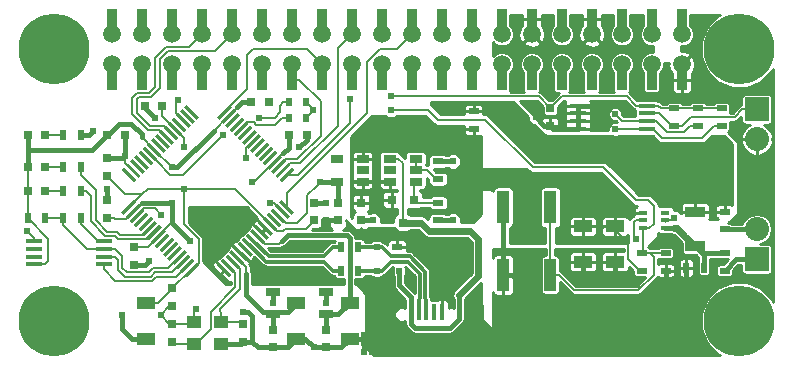
<source format=gtl>
G04 #@! TF.FileFunction,Copper,L1,Top,Signal*
%FSLAX46Y46*%
G04 Gerber Fmt 4.6, Leading zero omitted, Abs format (unit mm)*
G04 Created by KiCad (PCBNEW 4.0.0-stable) date Wednesday, July 20, 2016 'PMt' 02:43:05 PM*
%MOMM*%
G01*
G04 APERTURE LIST*
%ADD10C,0.100000*%
%ADD11R,0.900000X0.600000*%
%ADD12R,0.500000X0.600000*%
%ADD13R,1.450000X0.450000*%
%ADD14C,6.000000*%
%ADD15R,1.300000X0.700000*%
%ADD16R,1.000000X2.750000*%
%ADD17R,0.500000X0.900000*%
%ADD18R,0.600000X0.700000*%
%ADD19R,0.750000X0.800000*%
%ADD20R,0.900000X0.500000*%
%ADD21R,2.032000X2.032000*%
%ADD22O,2.032000X2.032000*%
%ADD23R,1.060000X0.650000*%
%ADD24R,0.797560X0.797560*%
%ADD25R,0.800100X0.800100*%
%ADD26R,1.300000X1.050000*%
%ADD27R,0.749300X0.398780*%
%ADD28R,1.700000X0.900000*%
%ADD29R,0.800000X0.750000*%
%ADD30R,0.400000X1.350000*%
%ADD31R,1.800000X1.900000*%
%ADD32R,1.800000X1.600000*%
%ADD33R,1.600000X1.000000*%
%ADD34R,0.889000X1.680000*%
%ADD35C,1.500000*%
%ADD36C,0.609600*%
%ADD37C,0.200000*%
%ADD38C,0.400000*%
%ADD39C,0.600000*%
%ADD40C,0.304800*%
%ADD41C,0.254000*%
G04 APERTURE END LIST*
D10*
G36*
X18515254Y7393577D02*
X18303122Y7181445D01*
X17242462Y8242105D01*
X17454594Y8454237D01*
X18515254Y7393577D01*
X18515254Y7393577D01*
G37*
G36*
X18868808Y7747130D02*
X18656676Y7534998D01*
X17596016Y8595658D01*
X17808148Y8807790D01*
X18868808Y7747130D01*
X18868808Y7747130D01*
G37*
G36*
X19222361Y8100684D02*
X19010229Y7888552D01*
X17949569Y8949212D01*
X18161701Y9161344D01*
X19222361Y8100684D01*
X19222361Y8100684D01*
G37*
G36*
X19575914Y8454237D02*
X19363782Y8242105D01*
X18303122Y9302765D01*
X18515254Y9514897D01*
X19575914Y8454237D01*
X19575914Y8454237D01*
G37*
G36*
X19929468Y8807790D02*
X19717336Y8595658D01*
X18656676Y9656318D01*
X18868808Y9868450D01*
X19929468Y8807790D01*
X19929468Y8807790D01*
G37*
G36*
X20283021Y9161344D02*
X20070889Y8949212D01*
X19010229Y10009872D01*
X19222361Y10222004D01*
X20283021Y9161344D01*
X20283021Y9161344D01*
G37*
G36*
X20636575Y9514897D02*
X20424443Y9302765D01*
X19363783Y10363425D01*
X19575915Y10575557D01*
X20636575Y9514897D01*
X20636575Y9514897D01*
G37*
G36*
X20990128Y9868451D02*
X20777996Y9656319D01*
X19717336Y10716979D01*
X19929468Y10929111D01*
X20990128Y9868451D01*
X20990128Y9868451D01*
G37*
G36*
X21343681Y10222004D02*
X21131549Y10009872D01*
X20070889Y11070532D01*
X20283021Y11282664D01*
X21343681Y10222004D01*
X21343681Y10222004D01*
G37*
G36*
X21697235Y10575557D02*
X21485103Y10363425D01*
X20424443Y11424085D01*
X20636575Y11636217D01*
X21697235Y10575557D01*
X21697235Y10575557D01*
G37*
G36*
X22050788Y10929111D02*
X21838656Y10716979D01*
X20777996Y11777639D01*
X20990128Y11989771D01*
X22050788Y10929111D01*
X22050788Y10929111D01*
G37*
G36*
X22404342Y11282664D02*
X22192210Y11070532D01*
X21131550Y12131192D01*
X21343682Y12343324D01*
X22404342Y11282664D01*
X22404342Y11282664D01*
G37*
G36*
X22757895Y11636218D02*
X22545763Y11424086D01*
X21485103Y12484746D01*
X21697235Y12696878D01*
X22757895Y11636218D01*
X22757895Y11636218D01*
G37*
G36*
X23111448Y11989771D02*
X22899316Y11777639D01*
X21838656Y12838299D01*
X22050788Y13050431D01*
X23111448Y11989771D01*
X23111448Y11989771D01*
G37*
G36*
X23465002Y12343324D02*
X23252870Y12131192D01*
X22192210Y13191852D01*
X22404342Y13403984D01*
X23465002Y12343324D01*
X23465002Y12343324D01*
G37*
G36*
X23818555Y12696878D02*
X23606423Y12484746D01*
X22545763Y13545406D01*
X22757895Y13757538D01*
X23818555Y12696878D01*
X23818555Y12696878D01*
G37*
G36*
X23606423Y16515254D02*
X23818555Y16303122D01*
X22757895Y15242462D01*
X22545763Y15454594D01*
X23606423Y16515254D01*
X23606423Y16515254D01*
G37*
G36*
X23252870Y16868808D02*
X23465002Y16656676D01*
X22404342Y15596016D01*
X22192210Y15808148D01*
X23252870Y16868808D01*
X23252870Y16868808D01*
G37*
G36*
X22899316Y17222361D02*
X23111448Y17010229D01*
X22050788Y15949569D01*
X21838656Y16161701D01*
X22899316Y17222361D01*
X22899316Y17222361D01*
G37*
G36*
X22545763Y17575914D02*
X22757895Y17363782D01*
X21697235Y16303122D01*
X21485103Y16515254D01*
X22545763Y17575914D01*
X22545763Y17575914D01*
G37*
G36*
X22192210Y17929468D02*
X22404342Y17717336D01*
X21343682Y16656676D01*
X21131550Y16868808D01*
X22192210Y17929468D01*
X22192210Y17929468D01*
G37*
G36*
X21838656Y18283021D02*
X22050788Y18070889D01*
X20990128Y17010229D01*
X20777996Y17222361D01*
X21838656Y18283021D01*
X21838656Y18283021D01*
G37*
G36*
X21485103Y18636575D02*
X21697235Y18424443D01*
X20636575Y17363783D01*
X20424443Y17575915D01*
X21485103Y18636575D01*
X21485103Y18636575D01*
G37*
G36*
X21131549Y18990128D02*
X21343681Y18777996D01*
X20283021Y17717336D01*
X20070889Y17929468D01*
X21131549Y18990128D01*
X21131549Y18990128D01*
G37*
G36*
X20777996Y19343681D02*
X20990128Y19131549D01*
X19929468Y18070889D01*
X19717336Y18283021D01*
X20777996Y19343681D01*
X20777996Y19343681D01*
G37*
G36*
X20424443Y19697235D02*
X20636575Y19485103D01*
X19575915Y18424443D01*
X19363783Y18636575D01*
X20424443Y19697235D01*
X20424443Y19697235D01*
G37*
G36*
X20070889Y20050788D02*
X20283021Y19838656D01*
X19222361Y18777996D01*
X19010229Y18990128D01*
X20070889Y20050788D01*
X20070889Y20050788D01*
G37*
G36*
X19717336Y20404342D02*
X19929468Y20192210D01*
X18868808Y19131550D01*
X18656676Y19343682D01*
X19717336Y20404342D01*
X19717336Y20404342D01*
G37*
G36*
X19363782Y20757895D02*
X19575914Y20545763D01*
X18515254Y19485103D01*
X18303122Y19697235D01*
X19363782Y20757895D01*
X19363782Y20757895D01*
G37*
G36*
X19010229Y21111448D02*
X19222361Y20899316D01*
X18161701Y19838656D01*
X17949569Y20050788D01*
X19010229Y21111448D01*
X19010229Y21111448D01*
G37*
G36*
X18656676Y21465002D02*
X18868808Y21252870D01*
X17808148Y20192210D01*
X17596016Y20404342D01*
X18656676Y21465002D01*
X18656676Y21465002D01*
G37*
G36*
X18303122Y21818555D02*
X18515254Y21606423D01*
X17454594Y20545763D01*
X17242462Y20757895D01*
X18303122Y21818555D01*
X18303122Y21818555D01*
G37*
G36*
X15757538Y20757895D02*
X15545406Y20545763D01*
X14484746Y21606423D01*
X14696878Y21818555D01*
X15757538Y20757895D01*
X15757538Y20757895D01*
G37*
G36*
X15403984Y20404342D02*
X15191852Y20192210D01*
X14131192Y21252870D01*
X14343324Y21465002D01*
X15403984Y20404342D01*
X15403984Y20404342D01*
G37*
G36*
X15050431Y20050788D02*
X14838299Y19838656D01*
X13777639Y20899316D01*
X13989771Y21111448D01*
X15050431Y20050788D01*
X15050431Y20050788D01*
G37*
G36*
X14696878Y19697235D02*
X14484746Y19485103D01*
X13424086Y20545763D01*
X13636218Y20757895D01*
X14696878Y19697235D01*
X14696878Y19697235D01*
G37*
G36*
X14343324Y19343682D02*
X14131192Y19131550D01*
X13070532Y20192210D01*
X13282664Y20404342D01*
X14343324Y19343682D01*
X14343324Y19343682D01*
G37*
G36*
X13989771Y18990128D02*
X13777639Y18777996D01*
X12716979Y19838656D01*
X12929111Y20050788D01*
X13989771Y18990128D01*
X13989771Y18990128D01*
G37*
G36*
X13636217Y18636575D02*
X13424085Y18424443D01*
X12363425Y19485103D01*
X12575557Y19697235D01*
X13636217Y18636575D01*
X13636217Y18636575D01*
G37*
G36*
X13282664Y18283021D02*
X13070532Y18070889D01*
X12009872Y19131549D01*
X12222004Y19343681D01*
X13282664Y18283021D01*
X13282664Y18283021D01*
G37*
G36*
X12929111Y17929468D02*
X12716979Y17717336D01*
X11656319Y18777996D01*
X11868451Y18990128D01*
X12929111Y17929468D01*
X12929111Y17929468D01*
G37*
G36*
X12575557Y17575915D02*
X12363425Y17363783D01*
X11302765Y18424443D01*
X11514897Y18636575D01*
X12575557Y17575915D01*
X12575557Y17575915D01*
G37*
G36*
X12222004Y17222361D02*
X12009872Y17010229D01*
X10949212Y18070889D01*
X11161344Y18283021D01*
X12222004Y17222361D01*
X12222004Y17222361D01*
G37*
G36*
X11868450Y16868808D02*
X11656318Y16656676D01*
X10595658Y17717336D01*
X10807790Y17929468D01*
X11868450Y16868808D01*
X11868450Y16868808D01*
G37*
G36*
X11514897Y16515254D02*
X11302765Y16303122D01*
X10242105Y17363782D01*
X10454237Y17575914D01*
X11514897Y16515254D01*
X11514897Y16515254D01*
G37*
G36*
X11161344Y16161701D02*
X10949212Y15949569D01*
X9888552Y17010229D01*
X10100684Y17222361D01*
X11161344Y16161701D01*
X11161344Y16161701D01*
G37*
G36*
X10807790Y15808148D02*
X10595658Y15596016D01*
X9534998Y16656676D01*
X9747130Y16868808D01*
X10807790Y15808148D01*
X10807790Y15808148D01*
G37*
G36*
X10454237Y15454594D02*
X10242105Y15242462D01*
X9181445Y16303122D01*
X9393577Y16515254D01*
X10454237Y15454594D01*
X10454237Y15454594D01*
G37*
G36*
X10242105Y13757538D02*
X10454237Y13545406D01*
X9393577Y12484746D01*
X9181445Y12696878D01*
X10242105Y13757538D01*
X10242105Y13757538D01*
G37*
G36*
X10595658Y13403984D02*
X10807790Y13191852D01*
X9747130Y12131192D01*
X9534998Y12343324D01*
X10595658Y13403984D01*
X10595658Y13403984D01*
G37*
G36*
X10949212Y13050431D02*
X11161344Y12838299D01*
X10100684Y11777639D01*
X9888552Y11989771D01*
X10949212Y13050431D01*
X10949212Y13050431D01*
G37*
G36*
X11302765Y12696878D02*
X11514897Y12484746D01*
X10454237Y11424086D01*
X10242105Y11636218D01*
X11302765Y12696878D01*
X11302765Y12696878D01*
G37*
G36*
X11656318Y12343324D02*
X11868450Y12131192D01*
X10807790Y11070532D01*
X10595658Y11282664D01*
X11656318Y12343324D01*
X11656318Y12343324D01*
G37*
G36*
X12009872Y11989771D02*
X12222004Y11777639D01*
X11161344Y10716979D01*
X10949212Y10929111D01*
X12009872Y11989771D01*
X12009872Y11989771D01*
G37*
G36*
X12363425Y11636217D02*
X12575557Y11424085D01*
X11514897Y10363425D01*
X11302765Y10575557D01*
X12363425Y11636217D01*
X12363425Y11636217D01*
G37*
G36*
X12716979Y11282664D02*
X12929111Y11070532D01*
X11868451Y10009872D01*
X11656319Y10222004D01*
X12716979Y11282664D01*
X12716979Y11282664D01*
G37*
G36*
X13070532Y10929111D02*
X13282664Y10716979D01*
X12222004Y9656319D01*
X12009872Y9868451D01*
X13070532Y10929111D01*
X13070532Y10929111D01*
G37*
G36*
X13424085Y10575557D02*
X13636217Y10363425D01*
X12575557Y9302765D01*
X12363425Y9514897D01*
X13424085Y10575557D01*
X13424085Y10575557D01*
G37*
G36*
X13777639Y10222004D02*
X13989771Y10009872D01*
X12929111Y8949212D01*
X12716979Y9161344D01*
X13777639Y10222004D01*
X13777639Y10222004D01*
G37*
G36*
X14131192Y9868450D02*
X14343324Y9656318D01*
X13282664Y8595658D01*
X13070532Y8807790D01*
X14131192Y9868450D01*
X14131192Y9868450D01*
G37*
G36*
X14484746Y9514897D02*
X14696878Y9302765D01*
X13636218Y8242105D01*
X13424086Y8454237D01*
X14484746Y9514897D01*
X14484746Y9514897D01*
G37*
G36*
X14838299Y9161344D02*
X15050431Y8949212D01*
X13989771Y7888552D01*
X13777639Y8100684D01*
X14838299Y9161344D01*
X14838299Y9161344D01*
G37*
G36*
X15191852Y8807790D02*
X15403984Y8595658D01*
X14343324Y7534998D01*
X14131192Y7747130D01*
X15191852Y8807790D01*
X15191852Y8807790D01*
G37*
G36*
X15545406Y8454237D02*
X15757538Y8242105D01*
X14696878Y7181445D01*
X14484746Y7393577D01*
X15545406Y8454237D01*
X15545406Y8454237D01*
G37*
D11*
X32500000Y9750000D03*
D12*
X30800000Y9750000D03*
X30800000Y7750000D03*
X32700000Y7750000D03*
D13*
X7700000Y8275000D03*
X7700000Y8925000D03*
X7700000Y9575000D03*
X7700000Y10225000D03*
X1800000Y10225000D03*
X1800000Y9575000D03*
X1800000Y8925000D03*
X1800000Y8275000D03*
D14*
X3500000Y3500000D03*
D15*
X26500000Y5950000D03*
X26500000Y4050000D03*
X22000000Y5950000D03*
X22000000Y4050000D03*
D16*
X41500000Y13125000D03*
X41500000Y7375000D03*
X45500000Y7375000D03*
X45500000Y13125000D03*
D17*
X58500000Y8000000D03*
X57000000Y8000000D03*
D18*
X24800000Y22000000D03*
X23400000Y22000000D03*
X24800000Y20700000D03*
X23400000Y20700000D03*
D19*
X45500000Y21500000D03*
X45500000Y20000000D03*
D20*
X58000000Y21500000D03*
X58000000Y20000000D03*
X60000000Y21500000D03*
X60000000Y20000000D03*
X56000000Y21500000D03*
X56000000Y20000000D03*
D21*
X62980000Y21420000D03*
D22*
X62980000Y18880000D03*
D23*
X29600000Y15300000D03*
X29600000Y16250000D03*
X29600000Y17200000D03*
X27400000Y17200000D03*
X27400000Y15300000D03*
D19*
X27500000Y13500000D03*
X27500000Y12000000D03*
X29500000Y13500000D03*
X29500000Y12000000D03*
D17*
X4250000Y19250000D03*
X5750000Y19250000D03*
D24*
X1250700Y19250000D03*
X2749300Y19250000D03*
D20*
X36000000Y13500000D03*
X36000000Y12000000D03*
X36000000Y15500000D03*
X36000000Y17000000D03*
D23*
X31900000Y17200000D03*
X31900000Y16250000D03*
X31900000Y15300000D03*
X34100000Y15300000D03*
X34100000Y17200000D03*
X34100000Y16250000D03*
D25*
X33950000Y13750760D03*
X32050000Y13750760D03*
X33000000Y11751780D03*
D26*
X15350000Y1575000D03*
X17650000Y1575000D03*
X17650000Y3425000D03*
X15350000Y3425000D03*
D27*
X55199960Y11349760D03*
X55199960Y12000000D03*
X55199960Y12650240D03*
X53300040Y12650240D03*
X53300040Y12000000D03*
X53300040Y11349760D03*
D17*
X27750000Y7750000D03*
X29250000Y7750000D03*
X4250000Y14500000D03*
X5750000Y14500000D03*
X4250000Y16500000D03*
X5750000Y16500000D03*
D20*
X60250000Y12750000D03*
X60250000Y11250000D03*
D28*
X57750000Y12700000D03*
X57750000Y9800000D03*
D20*
X60250000Y9250000D03*
X60250000Y7750000D03*
X39000000Y21250000D03*
X39000000Y19750000D03*
X55250000Y9250000D03*
X55250000Y7750000D03*
X53250000Y7750000D03*
X53250000Y9250000D03*
D17*
X4250000Y12250000D03*
X5750000Y12250000D03*
X1250000Y12250000D03*
X2750000Y12250000D03*
D14*
X3500000Y26500000D03*
X61500000Y26500000D03*
X61500000Y3500000D03*
D24*
X1250700Y14500000D03*
X2749300Y14500000D03*
X1250700Y16500000D03*
X2749300Y16500000D03*
D19*
X19500000Y3250000D03*
X19500000Y1750000D03*
X22000000Y2750000D03*
X22000000Y1250000D03*
X13500000Y1750000D03*
X13500000Y3250000D03*
X8000000Y15750000D03*
X8000000Y17250000D03*
X26500000Y2750000D03*
X26500000Y1250000D03*
X8000000Y12250000D03*
X8000000Y13750000D03*
X10250000Y9750000D03*
X10250000Y8250000D03*
D29*
X8000000Y19250000D03*
X9500000Y19250000D03*
D19*
X13500000Y6250000D03*
X13500000Y4750000D03*
D29*
X20150000Y22000000D03*
X21650000Y22000000D03*
X12650000Y21700000D03*
X11150000Y21700000D03*
X23350000Y19200000D03*
X24850000Y19200000D03*
D19*
X25500000Y12000000D03*
X25500000Y13500000D03*
D17*
X27750000Y9750000D03*
X29250000Y9750000D03*
D13*
X47800000Y21725000D03*
X47800000Y21075000D03*
X47800000Y20425000D03*
X47800000Y19775000D03*
X53700000Y19775000D03*
X53700000Y20425000D03*
X53700000Y21075000D03*
X53700000Y21725000D03*
D30*
X33699100Y4285389D03*
X34349100Y4285389D03*
X34999100Y4285389D03*
X35649100Y4285389D03*
X36299100Y4285389D03*
D31*
X30950000Y1572849D03*
X33800000Y1572849D03*
X36200000Y1572849D03*
X39050000Y1572849D03*
D32*
X39050000Y4122849D03*
X30950000Y4122849D03*
D33*
X51000000Y11500000D03*
X51000000Y8500000D03*
X48250000Y11500000D03*
X48250000Y8500000D03*
X28500000Y5000000D03*
X28500000Y2000000D03*
X11250000Y5000000D03*
X11250000Y2000000D03*
X24000000Y5000000D03*
X24000000Y2000000D03*
D21*
X62980000Y8720000D03*
D22*
X62980000Y11260000D03*
D34*
X8370000Y23920000D03*
X8370000Y29080000D03*
X10910000Y23920000D03*
X10910000Y29080000D03*
X13450000Y23920000D03*
X13450000Y29080000D03*
X15990000Y23920000D03*
X15990000Y29080000D03*
X18530000Y23920000D03*
X18530000Y29080000D03*
X21070000Y23920000D03*
X21070000Y29080000D03*
X23610000Y23920000D03*
X23610000Y29080000D03*
X26150000Y23920000D03*
X26150000Y29080000D03*
X28690000Y23920000D03*
X28690000Y29080000D03*
X31230000Y23920000D03*
X31230000Y29080000D03*
X33770000Y23920000D03*
X33770000Y29080000D03*
X36310000Y23920000D03*
X36310000Y29080000D03*
X38850000Y23920000D03*
X38850000Y29080000D03*
D35*
X8370000Y25230000D03*
X8370000Y27770000D03*
X10910000Y25230000D03*
X13450000Y25230000D03*
X15990000Y25230000D03*
X18530000Y25230000D03*
X21070000Y25230000D03*
X23610000Y25230000D03*
X26150000Y25230000D03*
X28690000Y25230000D03*
X31230000Y25230000D03*
X33770000Y25230000D03*
X36310000Y25230000D03*
X38850000Y25230000D03*
X10910000Y27770000D03*
X13450000Y27770000D03*
X15990000Y27770000D03*
X18530000Y27770000D03*
X21070000Y27770000D03*
X23610000Y27770000D03*
X26150000Y27770000D03*
X28690000Y27770000D03*
X31230000Y27770000D03*
X33770000Y27770000D03*
X36310000Y27770000D03*
X38850000Y27770000D03*
X41390000Y25230000D03*
X43930000Y25230000D03*
X46470000Y25230000D03*
X49010000Y25230000D03*
X51550000Y25230000D03*
X54090000Y25230000D03*
X56630000Y25230000D03*
X56630000Y27770000D03*
X54090000Y27770000D03*
X51550000Y27770000D03*
X49010000Y27770000D03*
X46470000Y27770000D03*
X43930000Y27770000D03*
X41390000Y27770000D03*
D34*
X41390000Y23920000D03*
X43930000Y23920000D03*
X46470000Y23920000D03*
X49010000Y23920000D03*
X51550000Y23920000D03*
X54090000Y23920000D03*
X56630000Y23920000D03*
X56630000Y29080000D03*
X54090000Y29080000D03*
X51550000Y29080000D03*
X49010000Y29080000D03*
X46470000Y29080000D03*
X43930000Y29080000D03*
X41390000Y29080000D03*
D36*
X14500000Y18200000D03*
X14500000Y14700000D03*
X30900000Y5300000D03*
X39100000Y5300000D03*
X32300000Y900000D03*
X32300000Y1600000D03*
X32300000Y2300000D03*
X37700000Y900000D03*
X37700000Y1600000D03*
X37700000Y2300000D03*
X40300000Y900000D03*
X40300000Y1600000D03*
X40300000Y2300000D03*
X39800000Y2900000D03*
X39100000Y2900000D03*
X38400000Y2900000D03*
X29700000Y900000D03*
X29700000Y1600000D03*
X29700000Y2300000D03*
X30900000Y2900000D03*
X31600000Y2900000D03*
X30200000Y2900000D03*
X56000000Y12200000D03*
X52720000Y10399000D03*
X11500000Y8600000D03*
X57000000Y6950000D03*
X55250000Y6950000D03*
X42750000Y6850000D03*
X51000000Y6900000D03*
X48250000Y6900000D03*
X21650000Y22000000D03*
X24200000Y18200000D03*
X17250000Y9250000D03*
X26000000Y10000000D03*
X24750000Y10000000D03*
X23500000Y10000000D03*
X21000000Y7500000D03*
X22250000Y7500000D03*
X23500000Y7500000D03*
X24750000Y7500000D03*
X26000000Y7500000D03*
X33500000Y7000000D03*
X37250000Y17000000D03*
X37250000Y12000000D03*
X36000000Y5750000D03*
X36000000Y7000000D03*
X36000000Y8250000D03*
X35000000Y9250000D03*
X34000000Y10250000D03*
X30500000Y12000000D03*
X26500000Y12000000D03*
X26500000Y13500000D03*
X19750000Y17250000D03*
X20250000Y12250000D03*
X9250000Y4000000D03*
X19500000Y4250000D03*
X49500000Y21750000D03*
X44250000Y20750000D03*
X6800000Y19600000D03*
X1200000Y11100000D03*
X8000000Y14700000D03*
X14000000Y22200000D03*
X12000000Y20700000D03*
X12500000Y12500000D03*
X21750000Y13500000D03*
X25500000Y1250000D03*
X15500000Y4500000D03*
X12500000Y4000000D03*
X9500000Y17500000D03*
X29600000Y16250000D03*
X20250000Y15250000D03*
X22000000Y5000000D03*
X26500000Y5000000D03*
X26000000Y15250000D03*
X15000000Y10250000D03*
X13500000Y13500000D03*
X13500000Y16500000D03*
X37750000Y21250000D03*
X37000000Y21250000D03*
X28500000Y22250000D03*
X32000000Y22500000D03*
X51000000Y19750000D03*
X51000000Y21000000D03*
X25400000Y21350000D03*
X32000000Y21350000D03*
X20800000Y20700000D03*
X17750000Y19250000D03*
D37*
X14500000Y14700000D02*
X11396699Y14700000D01*
X11396699Y14700000D02*
X10946699Y14250000D01*
X14500000Y14700000D02*
X18774874Y14700000D01*
X18774874Y14700000D02*
X20474874Y13000000D01*
X14493000Y11669000D02*
X14500000Y11676000D01*
X14500000Y11676000D02*
X14500000Y14700000D01*
X15722182Y10439818D02*
X14493000Y11669000D01*
X15722182Y8418881D02*
X15722182Y10439818D01*
X21767946Y11706928D02*
X20474874Y13000000D01*
X21767946Y11706928D02*
X22368986Y11105888D01*
X22368986Y11105888D02*
X22855888Y11105888D01*
X22855888Y11105888D02*
X23000000Y11250000D01*
X23000000Y11250000D02*
X24775000Y11250000D01*
X24775000Y11250000D02*
X25500000Y11975000D01*
X25500000Y11975000D02*
X25500000Y12000000D01*
X13500000Y6250000D02*
X13500000Y6225000D01*
X13500000Y6225000D02*
X12276140Y5001140D01*
X12276140Y5001140D02*
X12200570Y5001140D01*
X12200570Y5001140D02*
X11250000Y5001140D01*
X14500000Y18200000D02*
X14500000Y18974874D01*
X14500000Y18974874D02*
X13706928Y19767946D01*
X12650000Y21700000D02*
X12650000Y20824874D01*
X12650000Y20824874D02*
X13706928Y19767946D01*
X10946699Y14250000D02*
X9475000Y14250000D01*
X9475000Y14250000D02*
X8000000Y15725000D01*
X8000000Y15725000D02*
X8000000Y15750000D01*
X15722182Y8418881D02*
X15121142Y7817841D01*
X9817841Y13121142D02*
X10946699Y14250000D01*
X8000000Y15750000D02*
X8000000Y15775000D01*
X13500000Y6250000D02*
X13500000Y6275000D01*
X15042841Y7817841D02*
X15121142Y7817841D01*
X13500000Y6275000D02*
X15042841Y7817841D01*
D38*
X39100000Y5300000D02*
X39100000Y4172849D01*
X39100000Y4172849D02*
X39050000Y4122849D01*
X30900000Y5300000D02*
X30900000Y4172849D01*
X30900000Y4172849D02*
X30950000Y4122849D01*
X40300000Y1600000D02*
X40300000Y900000D01*
X40300000Y2300000D02*
X40300000Y1600000D01*
X39800000Y2900000D02*
X39800000Y2800000D01*
X39800000Y2800000D02*
X40300000Y2300000D01*
X30200000Y2900000D02*
X30200000Y2800000D01*
X30200000Y2800000D02*
X29700000Y2300000D01*
X39050000Y4122849D02*
X39050000Y2950000D01*
X39050000Y2950000D02*
X39100000Y2900000D01*
X39800000Y2900000D02*
X39100000Y2900000D01*
X39100000Y2900000D02*
X38400000Y2900000D01*
X38400000Y2900000D02*
X38300000Y2900000D01*
X38300000Y2900000D02*
X37700000Y2300000D01*
X37700000Y1600000D02*
X37700000Y2300000D01*
X37700000Y900000D02*
X37700000Y1600000D01*
X29700000Y1600000D02*
X29700000Y2000000D01*
X29700000Y2000000D02*
X29700000Y2300000D01*
X28500000Y1998860D02*
X29650570Y1998860D01*
X29650570Y1998860D02*
X29651710Y2000000D01*
X29651710Y2000000D02*
X29700000Y2000000D01*
X29700000Y900000D02*
X29700000Y1600000D01*
X32300000Y1600000D02*
X32300000Y900000D01*
X32300000Y2300000D02*
X32300000Y1600000D01*
X31600000Y2900000D02*
X31700000Y2900000D01*
X31700000Y2900000D02*
X32300000Y2300000D01*
X30900000Y2900000D02*
X31600000Y2900000D01*
X30900000Y2900000D02*
X30200000Y2900000D01*
X30950000Y4122849D02*
X30950000Y2950000D01*
X30950000Y2950000D02*
X30900000Y2900000D01*
D37*
X55199960Y12000000D02*
X55800000Y12000000D01*
X55800000Y12000000D02*
X56000000Y12200000D01*
X52593000Y11867610D02*
X52593000Y10526000D01*
X52593000Y10526000D02*
X52720000Y10399000D01*
X53300040Y12000000D02*
X52725390Y12000000D01*
X52725390Y12000000D02*
X52593000Y11867610D01*
D38*
X10250000Y8250000D02*
X11150000Y8250000D01*
X11150000Y8250000D02*
X11500000Y8600000D01*
X57000000Y8000000D02*
X57000000Y6950000D01*
X55250000Y7750000D02*
X55250000Y6950000D01*
X41500000Y7375000D02*
X42225000Y7375000D01*
X42225000Y7375000D02*
X42750000Y6850000D01*
X51000000Y8498860D02*
X51000000Y6900000D01*
X48250000Y8498860D02*
X48250000Y6900000D01*
X24850000Y19200000D02*
X24850000Y18850000D01*
X24850000Y18850000D02*
X24200000Y18200000D01*
D37*
X17878858Y7817841D02*
X17250000Y8446699D01*
X17250000Y8446699D02*
X17250000Y9250000D01*
D38*
X36000000Y17000000D02*
X37250000Y17000000D01*
X36000000Y12000000D02*
X37250000Y12000000D01*
X29500000Y12000000D02*
X30500000Y12000000D01*
X26500000Y12000000D02*
X27500000Y12000000D01*
X25500000Y13500000D02*
X26500000Y13500000D01*
D37*
X19743879Y18097432D02*
X19743879Y17256121D01*
X19743879Y17256121D02*
X19750000Y17250000D01*
X20250000Y11810660D02*
X20250000Y12250000D01*
X21060839Y10999821D02*
X20250000Y11810660D01*
X20517767Y12250000D02*
X20250000Y12250000D01*
X21414392Y11353375D02*
X20517767Y12250000D01*
D38*
X41500000Y7375000D02*
X41500000Y13125000D01*
X9250000Y2848290D02*
X9250000Y4000000D01*
X11250000Y1998860D02*
X10099430Y1998860D01*
X10099430Y1998860D02*
X9250000Y2848290D01*
X20250000Y1750000D02*
X20250000Y3909322D01*
X20250000Y3909322D02*
X19909322Y4250000D01*
X19909322Y4250000D02*
X19500000Y4250000D01*
X20750000Y1250000D02*
X20250000Y1750000D01*
X47800000Y21725000D02*
X49475000Y21725000D01*
X49475000Y21725000D02*
X49500000Y21750000D01*
X45500000Y20000000D02*
X45000000Y20000000D01*
X45000000Y20000000D02*
X44250000Y20750000D01*
X47800000Y19775000D02*
X45725000Y19775000D01*
X45725000Y19775000D02*
X45500000Y20000000D01*
X47800000Y20425000D02*
X47800000Y19775000D01*
X47800000Y21075000D02*
X47800000Y20425000D01*
X47800000Y21725000D02*
X47800000Y21075000D01*
X5750000Y19250000D02*
X6450000Y19250000D01*
X6450000Y19250000D02*
X6800000Y19600000D01*
D37*
X1800000Y10225000D02*
X1800000Y10500000D01*
X1800000Y10500000D02*
X1200000Y11100000D01*
D38*
X8000000Y13750000D02*
X8000000Y14700000D01*
D37*
X14414035Y20475052D02*
X13812995Y21076092D01*
X13812995Y21076092D02*
X13812995Y22012995D01*
X13812995Y22012995D02*
X14000000Y22200000D01*
D38*
X11150000Y21700000D02*
X11150000Y21550000D01*
X11150000Y21550000D02*
X12000000Y20700000D01*
X9500000Y17500000D02*
X9500000Y19250000D01*
D37*
X10524948Y12414035D02*
X11125988Y13015075D01*
X11125988Y13015075D02*
X11984925Y13015075D01*
X11984925Y13015075D02*
X12500000Y12500000D01*
X20353732Y18707285D02*
X19743879Y18097432D01*
X22828606Y12767588D02*
X22096194Y13500000D01*
X22096194Y13500000D02*
X21750000Y13500000D01*
D38*
X8000000Y17250000D02*
X9250000Y17250000D01*
X9250000Y17250000D02*
X9500000Y17500000D01*
X26500000Y1250000D02*
X27751140Y1250000D01*
X27751140Y1250000D02*
X28500000Y1998860D01*
X24000000Y1998860D02*
X24751140Y1998860D01*
X24751140Y1998860D02*
X25500000Y1250000D01*
X26500000Y1250000D02*
X25500000Y1250000D01*
X22000000Y1250000D02*
X23251140Y1250000D01*
X23251140Y1250000D02*
X24000000Y1998860D01*
X22000000Y1250000D02*
X20750000Y1250000D01*
X19500000Y1750000D02*
X20250000Y1750000D01*
X17650000Y1575000D02*
X19325000Y1575000D01*
X19325000Y1575000D02*
X19500000Y1750000D01*
X56630000Y25230000D02*
X56630000Y23920000D01*
X49010000Y27770000D02*
X49010000Y29080000D01*
X43930000Y27770000D02*
X43930000Y29080000D01*
X38850000Y25230000D02*
X38850000Y23920000D01*
X31230000Y27770000D02*
X31230000Y29080000D01*
X23610000Y27770000D02*
X23610000Y29080000D01*
X18530000Y25230000D02*
X18530000Y23920000D01*
X13450000Y29080000D02*
X13450000Y27770000D01*
D37*
X15350000Y3425000D02*
X15350000Y4350000D01*
X15350000Y4350000D02*
X15500000Y4500000D01*
X13500000Y3250000D02*
X15175000Y3250000D01*
X15175000Y3250000D02*
X15350000Y3425000D01*
X13500000Y4750000D02*
X13250000Y4750000D01*
X13250000Y4750000D02*
X12500000Y4000000D01*
X13500000Y3250000D02*
X13250000Y3250000D01*
X13250000Y3250000D02*
X12500000Y4000000D01*
X10171394Y16232412D02*
X9500000Y16903806D01*
X9500000Y16903806D02*
X9500000Y17500000D01*
X22121499Y16939518D02*
X20431981Y15250000D01*
X20431981Y15250000D02*
X20250000Y15250000D01*
D38*
X19000000Y21600000D02*
X19000000Y21650000D01*
X19000000Y21650000D02*
X19350000Y22000000D01*
X19350000Y22000000D02*
X20150000Y22000000D01*
D37*
X18767664Y21367664D02*
X19000000Y21600000D01*
X18232412Y20828606D02*
X18767664Y21363858D01*
X18767664Y21363858D02*
X18767664Y21367664D01*
X22722539Y17540558D02*
X22900000Y17718019D01*
D38*
X23350000Y18168019D02*
X22900000Y17718019D01*
D37*
X22121499Y16939518D02*
X22722539Y17540558D01*
D38*
X23350000Y18168019D02*
X23350000Y19200000D01*
X27500000Y13500000D02*
X27500000Y15200000D01*
X27500000Y15200000D02*
X27400000Y15300000D01*
X22000000Y5950000D02*
X22000000Y5000000D01*
X26500000Y5950000D02*
X26500000Y5000000D01*
D37*
X24062995Y11812995D02*
X24872599Y12622599D01*
X24872599Y12622599D02*
X24872599Y14122599D01*
X24872599Y14122599D02*
X25700001Y14950001D01*
X25700001Y14950001D02*
X26000000Y15250000D01*
X22475052Y12414035D02*
X23076092Y11812995D01*
X23076092Y11812995D02*
X24062995Y11812995D01*
D38*
X26000000Y15250000D02*
X27350000Y15250000D01*
X27350000Y15250000D02*
X27400000Y15300000D01*
D37*
X10171394Y12767588D02*
X9570354Y12166548D01*
X9570354Y12166548D02*
X8658452Y12166548D01*
X8658452Y12166548D02*
X8575000Y12250000D01*
X8575000Y12250000D02*
X8000000Y12250000D01*
X12292715Y10646268D02*
X11396447Y9750000D01*
X11396447Y9750000D02*
X10250000Y9750000D01*
D38*
X10900000Y19300000D02*
X10900000Y19039340D01*
D37*
X10900000Y19039340D02*
X11939161Y18000179D01*
D38*
X10000000Y20200000D02*
X10900000Y19300000D01*
X8975000Y20200000D02*
X10000000Y20200000D01*
X8000000Y19250000D02*
X8025000Y19250000D01*
X8025000Y19250000D02*
X8975000Y20200000D01*
X1250700Y18000000D02*
X6725000Y18000000D01*
X6725000Y18000000D02*
X7975000Y19250000D01*
X7975000Y19250000D02*
X8000000Y19250000D01*
D37*
X3000000Y10429322D02*
X3000000Y8550000D01*
X3000000Y8550000D02*
X2725000Y8275000D01*
X2725000Y8275000D02*
X1800000Y8275000D01*
X1250000Y12250000D02*
X1250000Y12179322D01*
X1250000Y12179322D02*
X3000000Y10429322D01*
X1250700Y14500000D02*
X1250700Y12250700D01*
X1250700Y12250700D02*
X1250000Y12250000D01*
X1250700Y16500000D02*
X1250700Y14746718D01*
X1250700Y14746718D02*
X1250700Y14500000D01*
D38*
X1250700Y18000000D02*
X1250700Y19250000D01*
X17000000Y19596194D02*
X13903806Y16500000D01*
D37*
X18232412Y20828606D02*
X17000000Y19596194D01*
D38*
X13500000Y11853553D02*
X13500000Y11750000D01*
X13500000Y11750000D02*
X15000000Y10250000D01*
X13500000Y13500000D02*
X13500000Y11853553D01*
D37*
X13500000Y11853553D02*
X12292715Y10646268D01*
D38*
X13903806Y16500000D02*
X13500000Y16500000D01*
X1250700Y16500000D02*
X1250700Y18000000D01*
D37*
X10171394Y12767588D02*
X10903806Y13500000D01*
D38*
X10903806Y13500000D02*
X13500000Y13500000D01*
X13500000Y16500000D02*
X13439340Y16500000D01*
D37*
X13439340Y16500000D02*
X11939161Y18000179D01*
D38*
X1250000Y14499300D02*
X1250700Y14500000D01*
D37*
X52085000Y8715000D02*
X52085000Y10092290D01*
X51000000Y11177290D02*
X51000000Y11501140D01*
X52085000Y10092290D02*
X51000000Y11177290D01*
X53250000Y7750000D02*
X53050000Y7750000D01*
X53050000Y7750000D02*
X52085000Y8715000D01*
X29600000Y15300000D02*
X28926398Y15300000D01*
X28926398Y15300000D02*
X28642999Y15583399D01*
X28642999Y15583399D02*
X28642999Y16916601D01*
X28642999Y16916601D02*
X28926398Y17200000D01*
X28926398Y17200000D02*
X29600000Y17200000D01*
X22750000Y10250000D02*
X22545228Y10045228D01*
X22545228Y10045228D02*
X21308325Y10045228D01*
X21308325Y10045228D02*
X20707285Y10646268D01*
D38*
X23250000Y10750000D02*
X22750000Y10250000D01*
X28250000Y10750000D02*
X23250000Y10750000D01*
X28500000Y10500000D02*
X28250000Y10750000D01*
X28500000Y10334322D02*
X28500000Y10500000D01*
X28500000Y5001140D02*
X28500000Y10334322D01*
X26500000Y4050000D02*
X27548860Y4050000D01*
X27548860Y4050000D02*
X28500000Y5001140D01*
X26500000Y2750000D02*
X26500000Y4050000D01*
D37*
X19750000Y7500000D02*
X19750000Y8068019D01*
X19750000Y8068019D02*
X18939518Y8878501D01*
D38*
X19750000Y5650000D02*
X19750000Y7500000D01*
X22000000Y4250000D02*
X21150000Y4250000D01*
X21150000Y4250000D02*
X19750000Y5650000D01*
X22000000Y4250000D02*
X22000000Y2750000D01*
X22000000Y4250000D02*
X23248860Y4250000D01*
X23248860Y4250000D02*
X24000000Y5001140D01*
X21800000Y4250000D02*
X22000000Y4250000D01*
D37*
X16747599Y4283520D02*
X18833452Y6369373D01*
X18833452Y6369373D02*
X18833452Y7570354D01*
X18833452Y7570354D02*
X18232412Y8171394D01*
X15475000Y1575000D02*
X16747599Y2847599D01*
X16747599Y2847599D02*
X16747599Y4283520D01*
X15350000Y1575000D02*
X13675000Y1575000D01*
X13675000Y1575000D02*
X13500000Y1750000D01*
X15350000Y1575000D02*
X15475000Y1575000D01*
X17650000Y3425000D02*
X19325000Y3425000D01*
X19325000Y3425000D02*
X19500000Y3250000D01*
X17500000Y4300000D02*
X17500000Y4537539D01*
X19187005Y7923908D02*
X18585965Y8524948D01*
X17500000Y4537539D02*
X19187005Y6224544D01*
X19187005Y6224544D02*
X19187005Y7923908D01*
X17650000Y3425000D02*
X17650000Y4150000D01*
X17650000Y4150000D02*
X17500000Y4300000D01*
X5750000Y15850000D02*
X5750000Y16500000D01*
X7000000Y14600000D02*
X5750000Y15850000D01*
X7000000Y12020678D02*
X7000000Y14600000D01*
X7965866Y11054812D02*
X7000000Y12020678D01*
X9072894Y10754812D02*
X8772894Y11054812D01*
X10987045Y10754812D02*
X9072894Y10754812D01*
X8772894Y11054812D02*
X7965866Y11054812D01*
X11585608Y11353375D02*
X10987045Y10754812D01*
X8626921Y10702401D02*
X8926921Y10402401D01*
X8926921Y10402401D02*
X11341741Y10402401D01*
X11341741Y10402401D02*
X11939161Y10999821D01*
X6600000Y14100000D02*
X6600000Y11922294D01*
X6600000Y11922294D02*
X7819893Y10702401D01*
X7819893Y10702401D02*
X8626921Y10702401D01*
X5750000Y14500000D02*
X6200000Y14500000D01*
X6200000Y14500000D02*
X6600000Y14100000D01*
D38*
X62980000Y8720000D02*
X61220000Y8720000D01*
X61220000Y8720000D02*
X60250000Y7750000D01*
D37*
X8370000Y25230000D02*
X8370000Y23920000D01*
D39*
X10910000Y29080000D02*
X10910000Y27770000D01*
X8370000Y29080000D02*
X8370000Y27770000D01*
D37*
X10910000Y25230000D02*
X10910000Y23920000D01*
X13450000Y25230000D02*
X13450000Y23920000D01*
X28500000Y22250000D02*
X28500000Y20250000D01*
X28500000Y20250000D02*
X24128858Y15878858D01*
X24128858Y15878858D02*
X23182159Y15878858D01*
X15990000Y25230000D02*
X15990000Y23920000D01*
X12999821Y19060839D02*
X12398781Y19661879D01*
X12398781Y19661879D02*
X11460415Y19661879D01*
X11460415Y19661879D02*
X10100000Y21022294D01*
X10100000Y21022294D02*
X10100000Y22377706D01*
X10100000Y22377706D02*
X10522294Y22800000D01*
X10522294Y22800000D02*
X11528822Y22800000D01*
X11528822Y22800000D02*
X12000000Y23271178D01*
X12000000Y23271178D02*
X12000000Y25761938D01*
X12000000Y25761938D02*
X12938062Y26700000D01*
X12938062Y26700000D02*
X14920000Y26700000D01*
X14920000Y26700000D02*
X15990000Y27770000D01*
X15990000Y29080000D02*
X15990000Y27770000D01*
X13353375Y19414392D02*
X12752335Y20015432D01*
X10497599Y22276921D02*
X10668267Y22447589D01*
X12752335Y20015432D02*
X11605246Y20015432D01*
X11605246Y20015432D02*
X10497599Y21123079D01*
X12447599Y23220393D02*
X12447599Y25711153D01*
X10497599Y21123079D02*
X10497599Y22276921D01*
X13084035Y26347589D02*
X17107589Y26347589D01*
X10668267Y22447589D02*
X11674795Y22447589D01*
X11674795Y22447589D02*
X12447599Y23220393D01*
X12447599Y25711153D02*
X13084035Y26347589D01*
X17107589Y26347589D02*
X18530000Y27770000D01*
X18530000Y29080000D02*
X18530000Y27770000D01*
X21070000Y25230000D02*
X21070000Y23920000D01*
X21070000Y27770000D02*
X21070000Y29080000D01*
X23076092Y17187005D02*
X24066327Y17187005D01*
X24066327Y17187005D02*
X26052401Y19173079D01*
X26052401Y19173079D02*
X26052401Y22122099D01*
X22475052Y16585965D02*
X23076092Y17187005D01*
X26052401Y22122099D02*
X24254500Y23920000D01*
X24254500Y23920000D02*
X23610000Y23920000D01*
X23610000Y25230000D02*
X23610000Y23920000D01*
X23610000Y24169340D02*
X23610000Y25230000D01*
X20300000Y26500000D02*
X24880000Y26500000D01*
X24880000Y26500000D02*
X26150000Y25230000D01*
X19800000Y26000000D02*
X20300000Y26500000D01*
X19800000Y23103301D02*
X19800000Y26000000D01*
X17878858Y21182159D02*
X19800000Y23103301D01*
X26150000Y25230000D02*
X26150000Y23920000D01*
X26150000Y27770000D02*
X26150000Y29080000D01*
X58000000Y21500000D02*
X60000000Y21500000D01*
X56000000Y21500000D02*
X58000000Y21500000D01*
X54850000Y21500000D02*
X56000000Y21500000D01*
X53700000Y21725000D02*
X54625000Y21725000D01*
X54625000Y21725000D02*
X54850000Y21500000D01*
X45500000Y21525000D02*
X46475000Y22500000D01*
X46475000Y22500000D02*
X52000000Y22500000D01*
X52000000Y22500000D02*
X52775000Y21725000D01*
X52775000Y21725000D02*
X53700000Y21725000D01*
X45500000Y21500000D02*
X45500000Y21525000D01*
X32000000Y22500000D02*
X44525000Y22500000D01*
X44525000Y22500000D02*
X45500000Y21525000D01*
X28690000Y25230000D02*
X28690000Y23920000D01*
X22828606Y16232412D02*
X23430789Y16834595D01*
X23430789Y16834595D02*
X24334595Y16834595D01*
X24334595Y16834595D02*
X27500000Y20000000D01*
X27500000Y20000000D02*
X27500000Y26580000D01*
X27500000Y26580000D02*
X28690000Y27770000D01*
X28690000Y27770000D02*
X28690000Y29080000D01*
X31230000Y25230000D02*
X31230000Y23920000D01*
X33770000Y25230000D02*
X33770000Y23920000D01*
X23182159Y13121142D02*
X23182159Y14291481D01*
X30000000Y21109322D02*
X30000000Y25445962D01*
X23182159Y14291481D02*
X30000000Y21109322D01*
X30000000Y25445962D02*
X31054038Y26500000D01*
X31054038Y26500000D02*
X32500000Y26500000D01*
X32500000Y26500000D02*
X33770000Y27770000D01*
X33770000Y27770000D02*
X33770000Y29080000D01*
X36310000Y25230000D02*
X36310000Y23920000D01*
X36310000Y27770000D02*
X36310000Y29080000D01*
X38850000Y27770000D02*
X38850000Y29080000D01*
X52225000Y19775000D02*
X51025000Y19775000D01*
X51025000Y19775000D02*
X51000000Y19750000D01*
X53700000Y19775000D02*
X52225000Y19775000D01*
X54975000Y19000000D02*
X58350000Y19000000D01*
X58350000Y19000000D02*
X59350000Y20000000D01*
X59350000Y20000000D02*
X60000000Y20000000D01*
X53700000Y19775000D02*
X54200000Y19775000D01*
X54200000Y19775000D02*
X54975000Y19000000D01*
X41390000Y25230000D02*
X41390000Y23920000D01*
X52479991Y20425000D02*
X51575000Y20425000D01*
X51575000Y20425000D02*
X51000000Y21000000D01*
X53700000Y20425000D02*
X52479991Y20425000D01*
X53700000Y20425000D02*
X54454322Y20425000D01*
X55381723Y19497599D02*
X56847599Y19497599D01*
X56847599Y19497599D02*
X57350000Y20000000D01*
X54454322Y20425000D02*
X55381723Y19497599D01*
X57350000Y20000000D02*
X58000000Y20000000D01*
X41390000Y27770000D02*
X41390000Y29080000D01*
X43930000Y25230000D02*
X43930000Y23920000D01*
X46470000Y25230000D02*
X46470000Y23920000D01*
X46470000Y27770000D02*
X46470000Y29080000D01*
X49010000Y25230000D02*
X49010000Y23920000D01*
X51550000Y25230000D02*
X51550000Y23920000D01*
X51550000Y27770000D02*
X51550000Y29080000D01*
X54090000Y25230000D02*
X54090000Y23920000D01*
X54090000Y27770000D02*
X54090000Y29080000D01*
X56630000Y27770000D02*
X56630000Y29080000D01*
X4250000Y12250000D02*
X4250000Y11600000D01*
X4250000Y11600000D02*
X6275000Y9575000D01*
X6275000Y9575000D02*
X6775000Y9575000D01*
X6775000Y9575000D02*
X7700000Y9575000D01*
X2750000Y12250000D02*
X4250000Y12250000D01*
X9252411Y8997589D02*
X8675000Y9575000D01*
X8675000Y9575000D02*
X7700000Y9575000D01*
X9252411Y8997589D02*
X9250000Y9000000D01*
X9252411Y8018267D02*
X9252411Y8997589D01*
X9673079Y7597599D02*
X9252411Y8018267D01*
X11499215Y7597599D02*
X9673079Y7597599D01*
X11851625Y7950009D02*
X11499215Y7597599D01*
X13131991Y7950010D02*
X11851625Y7950009D01*
X14060482Y8878501D02*
X13131991Y7950010D01*
X5750000Y12250000D02*
X5750000Y11675000D01*
X5750000Y11675000D02*
X7200000Y10225000D01*
X7200000Y10225000D02*
X7700000Y10225000D01*
X53300040Y11349760D02*
X53874690Y11349760D01*
X54250000Y11725070D02*
X54250000Y13187000D01*
X53874690Y11349760D02*
X54250000Y11725070D01*
X54250000Y13187000D02*
X53736000Y13701000D01*
X53736000Y13701000D02*
X52749000Y13701000D01*
X49952401Y16497599D02*
X44002401Y16497599D01*
X44002401Y16497599D02*
X40000000Y20500000D01*
X52749000Y13701000D02*
X49952401Y16497599D01*
X40000000Y20500000D02*
X35950000Y20500000D01*
X35950000Y20500000D02*
X35100000Y21350000D01*
X35100000Y21350000D02*
X32000000Y21350000D01*
X25400000Y21350000D02*
X25400000Y21300000D01*
X25400000Y21300000D02*
X24800000Y20700000D01*
X25400000Y21350000D02*
X25400000Y21400000D01*
X25400000Y21400000D02*
X24800000Y22000000D01*
X53250000Y9250000D02*
X53900000Y9250000D01*
X54250000Y8900000D02*
X54250000Y7400000D01*
X53900000Y9250000D02*
X54250000Y8900000D01*
X54250000Y7400000D02*
X52950000Y6100000D01*
X52950000Y6100000D02*
X47475000Y6100000D01*
X47475000Y6100000D02*
X46200000Y7375000D01*
X46200000Y7375000D02*
X45500000Y7375000D01*
X55250000Y9250000D02*
X53250000Y9250000D01*
X53300040Y11349760D02*
X53300040Y9300040D01*
X53300040Y9300040D02*
X53250000Y9250000D01*
X45500000Y13125000D02*
X45500000Y11550000D01*
X45500000Y11550000D02*
X45500000Y7375000D01*
D38*
X58500000Y8000000D02*
X58500000Y9050000D01*
X58500000Y9050000D02*
X58300000Y9250000D01*
D37*
X55936531Y11348209D02*
X55934980Y11349760D01*
D38*
X55934980Y11349760D02*
X55199960Y11349760D01*
D39*
X56198209Y11348209D02*
X55936531Y11348209D01*
X56200000Y11350000D02*
X56198209Y11348209D01*
X56850000Y10700000D02*
X56200000Y11350000D01*
X57750000Y9800000D02*
X56850000Y10700000D01*
D38*
X60250000Y9250000D02*
X58300000Y9250000D01*
X58300000Y9250000D02*
X57750000Y9800000D01*
D37*
X13796194Y7200000D02*
X12098382Y7200000D01*
X12098382Y7200000D02*
X11791160Y6892778D01*
X14767588Y8171394D02*
X13796194Y7200000D01*
X11791160Y6892778D02*
X8657222Y6892778D01*
X8657222Y6892778D02*
X7700000Y7850000D01*
X7700000Y7850000D02*
X7700000Y8275000D01*
X8900000Y7800000D02*
X8900000Y8650000D01*
X8900000Y8650000D02*
X8625000Y8925000D01*
X8625000Y8925000D02*
X7700000Y8925000D01*
X9454812Y7245188D02*
X8900000Y7800000D01*
X11997599Y7597599D02*
X11645187Y7245188D01*
X11645187Y7245188D02*
X9454812Y7245188D01*
X13486686Y7597599D02*
X11997599Y7597599D01*
X14414035Y8524948D02*
X13486686Y7597599D01*
X2749300Y16500000D02*
X4250000Y16500000D01*
X2749300Y14500000D02*
X4250000Y14500000D01*
D39*
X33000000Y11751780D02*
X34548220Y11751780D01*
X34548220Y11751780D02*
X35200000Y11100000D01*
X35200000Y11100000D02*
X38700000Y11100000D01*
X38700000Y11100000D02*
X39400000Y10400000D01*
X39400000Y10400000D02*
X39400000Y7300000D01*
X37777401Y5677401D02*
X39400000Y7300000D01*
D38*
X34009489Y2900000D02*
X36991705Y2900000D01*
X36991705Y2900000D02*
X37777401Y3685696D01*
X37777401Y3685696D02*
X37777401Y5677401D01*
X33699100Y4285389D02*
X33699100Y3210389D01*
X33699100Y3210389D02*
X34009489Y2900000D01*
D37*
X33000000Y11751780D02*
X33000000Y16830000D01*
X33000000Y16830000D02*
X32630000Y17200000D01*
X32630000Y17200000D02*
X31900000Y17200000D01*
D38*
X33699100Y5500900D02*
X32700000Y6500000D01*
X32700000Y6500000D02*
X32700000Y6850000D01*
X33699100Y5324711D02*
X33699100Y5500900D01*
X33699100Y5324711D02*
X33699100Y4285389D01*
X32700000Y7750000D02*
X32700000Y6850000D01*
D37*
X33950000Y13750760D02*
X33950000Y15150000D01*
X33950000Y15150000D02*
X34100000Y15300000D01*
X36000000Y13500000D02*
X34200760Y13500000D01*
X34200760Y13500000D02*
X33950000Y13750760D01*
X34100000Y17200000D02*
X34100000Y16250000D01*
X36000000Y15500000D02*
X35800000Y15500000D01*
X35800000Y15500000D02*
X35050000Y16250000D01*
X35050000Y16250000D02*
X34830000Y16250000D01*
X34830000Y16250000D02*
X34100000Y16250000D01*
D40*
X29250000Y7750000D02*
X30800000Y7750000D01*
X33405312Y8521400D02*
X34445500Y7481212D01*
X31250000Y7750000D02*
X32021400Y8521400D01*
X30800000Y7750000D02*
X31250000Y7750000D01*
X32021400Y8521400D02*
X33405312Y8521400D01*
X34349100Y4285389D02*
X34349100Y5297889D01*
X34349100Y5297889D02*
X34445500Y5394289D01*
X34445500Y5394289D02*
X34445500Y7481212D01*
X29250000Y9750000D02*
X30800000Y9750000D01*
X30800000Y9750000D02*
X31250000Y9750000D01*
X31250000Y9750000D02*
X32021400Y8978600D01*
X32021400Y8978600D02*
X33594688Y8978600D01*
X33594688Y8978600D02*
X34902700Y7670588D01*
X34999100Y4285389D02*
X34999100Y5297889D01*
X34999100Y5297889D02*
X34902700Y5394289D01*
X34902700Y5394289D02*
X34902700Y7670588D01*
X27750000Y7750000D02*
X27075000Y7750000D01*
X27075000Y7750000D02*
X26303600Y8521400D01*
X26303600Y8521400D02*
X21448204Y8521400D01*
X21448204Y8521400D02*
X20030443Y9939161D01*
X20030443Y9939161D02*
X20000179Y9939161D01*
X27750000Y9750000D02*
X27075000Y9750000D01*
X27075000Y9750000D02*
X26303600Y8978600D01*
X26303600Y8978600D02*
X21637582Y8978600D01*
X21637582Y8978600D02*
X20353732Y10262450D01*
X20353732Y10262450D02*
X20353732Y10292715D01*
D37*
X2749300Y19250000D02*
X4250000Y19250000D01*
X22200000Y20100000D02*
X22800000Y20700000D01*
X22800000Y20700000D02*
X23400000Y20700000D01*
X20600000Y20100000D02*
X22200000Y20100000D01*
X20396802Y20303198D02*
X20600000Y20100000D01*
X19293072Y19767946D02*
X19828324Y20303198D01*
X19828324Y20303198D02*
X20396802Y20303198D01*
X17750000Y19250000D02*
X14360000Y15860000D01*
X12186648Y17045585D02*
X11585608Y17646625D01*
X14360000Y15860000D02*
X13322446Y15860000D01*
X13322446Y15860000D02*
X12186648Y16995798D01*
X12186648Y16995798D02*
X12186648Y17045585D01*
X20800000Y20700000D02*
X22150000Y20700000D01*
X22150000Y20700000D02*
X22600000Y21150000D01*
X22600000Y21700000D02*
X22900000Y22000000D01*
X22900000Y22000000D02*
X23400000Y22000000D01*
X22600000Y21150000D02*
X22600000Y21700000D01*
X57400000Y20750000D02*
X61094000Y20750000D01*
X61094000Y20750000D02*
X61764000Y21420000D01*
X61764000Y21420000D02*
X62980000Y21420000D01*
X56000000Y20000000D02*
X56650000Y20000000D01*
X56650000Y20000000D02*
X57400000Y20750000D01*
X56000000Y20000000D02*
X55800000Y20000000D01*
X55800000Y20000000D02*
X54725000Y21075000D01*
X54725000Y21075000D02*
X54625000Y21075000D01*
X54625000Y21075000D02*
X53700000Y21075000D01*
D38*
X62980000Y11260000D02*
X60260000Y11260000D01*
X60260000Y11260000D02*
X60250000Y11250000D01*
D41*
G36*
X61679127Y20404000D02*
X61698609Y20300461D01*
X61759801Y20205366D01*
X61853168Y20141571D01*
X61964000Y20119127D01*
X62380287Y20119127D01*
X62249643Y20070877D01*
X61849509Y19700731D01*
X61621482Y19205636D01*
X61600278Y19099033D01*
X61678250Y18880500D01*
X62979500Y18880500D01*
X62979500Y18900500D01*
X62980500Y18900500D01*
X62980500Y18880500D01*
X63000500Y18880500D01*
X63000500Y18879500D01*
X62980500Y18879500D01*
X62980500Y17578250D01*
X63199033Y17500278D01*
X63710357Y17689123D01*
X64110491Y18059269D01*
X64338518Y18554364D01*
X64359722Y18660967D01*
X64281751Y18879498D01*
X64373000Y18879498D01*
X64373000Y5134389D01*
X64281761Y5355204D01*
X63360056Y6278519D01*
X62155175Y6778829D01*
X60850549Y6779968D01*
X59644796Y6281761D01*
X58721481Y5360056D01*
X58221171Y4155175D01*
X58220032Y2850549D01*
X58718239Y1644796D01*
X59639944Y721481D01*
X59867480Y627000D01*
X30552606Y627000D01*
X29877000Y1302606D01*
X29877000Y5750000D01*
X29866994Y5799410D01*
X29839803Y5839803D01*
X29089803Y6589803D01*
X29047789Y6617666D01*
X29000000Y6627000D01*
X28979400Y6627000D01*
X28979400Y7019299D01*
X29000000Y7015127D01*
X29500000Y7015127D01*
X29603539Y7034609D01*
X29698634Y7095801D01*
X29762429Y7189168D01*
X29784873Y7300000D01*
X29784873Y7318200D01*
X30302794Y7318200D01*
X30345801Y7251366D01*
X30439168Y7187571D01*
X30550000Y7165127D01*
X31050000Y7165127D01*
X31153539Y7184609D01*
X31248634Y7245801D01*
X31305668Y7329273D01*
X31415243Y7351069D01*
X31555329Y7444671D01*
X31555330Y7444672D01*
X32166262Y8055605D01*
X32165127Y8050000D01*
X32165127Y7450000D01*
X32184609Y7346461D01*
X32220600Y7290529D01*
X32220600Y6500000D01*
X32257092Y6316541D01*
X32361013Y6161013D01*
X33219700Y5302326D01*
X33219700Y4987416D01*
X33214227Y4960389D01*
X33214227Y4584256D01*
X33050745Y4652140D01*
X32800354Y4652358D01*
X32568939Y4556740D01*
X32391732Y4379841D01*
X32295709Y4148594D01*
X32295491Y3898203D01*
X32391109Y3666788D01*
X32568008Y3489581D01*
X32799255Y3393558D01*
X33049646Y3393340D01*
X33219700Y3463604D01*
X33219700Y3210389D01*
X33256192Y3026930D01*
X33360113Y2871402D01*
X33670502Y2561013D01*
X33826031Y2457092D01*
X34009489Y2420600D01*
X36991705Y2420600D01*
X37175164Y2457092D01*
X37330692Y2561013D01*
X38116388Y3346709D01*
X38220309Y3502237D01*
X38256801Y3685696D01*
X38256801Y5337405D01*
X39623000Y6703605D01*
X39623000Y3750000D01*
X39633006Y3700590D01*
X39660197Y3660197D01*
X40410197Y2910197D01*
X40452211Y2882334D01*
X40501754Y2873012D01*
X40551022Y2883700D01*
X40592249Y2912713D01*
X40618941Y2955480D01*
X40627000Y3000000D01*
X40627000Y5904900D01*
X40677004Y5784180D01*
X40784181Y5677004D01*
X40924215Y5619000D01*
X41404250Y5619000D01*
X41499500Y5714250D01*
X41499500Y7374500D01*
X41500500Y7374500D01*
X41500500Y5714250D01*
X41595750Y5619000D01*
X42075785Y5619000D01*
X42215819Y5677004D01*
X42322996Y5784180D01*
X42381000Y5924214D01*
X42381000Y7279250D01*
X42285750Y7374500D01*
X41500500Y7374500D01*
X41499500Y7374500D01*
X41479500Y7374500D01*
X41479500Y7375500D01*
X41499500Y7375500D01*
X41499500Y9035750D01*
X41500500Y9035750D01*
X41500500Y7375500D01*
X42285750Y7375500D01*
X42381000Y7470750D01*
X42381000Y8825786D01*
X42322996Y8965820D01*
X42215819Y9072996D01*
X42075785Y9131000D01*
X41595750Y9131000D01*
X41500500Y9035750D01*
X41499500Y9035750D01*
X41404250Y9131000D01*
X40924215Y9131000D01*
X40784181Y9072996D01*
X40677004Y8965820D01*
X40627000Y8845100D01*
X40627000Y9619000D01*
X45120600Y9619000D01*
X45120600Y9034873D01*
X45000000Y9034873D01*
X44896461Y9015391D01*
X44801366Y8954199D01*
X44737571Y8860832D01*
X44715127Y8750000D01*
X44715127Y6000000D01*
X44734609Y5896461D01*
X44795801Y5801366D01*
X44889168Y5737571D01*
X45000000Y5715127D01*
X46000000Y5715127D01*
X46103539Y5734609D01*
X46198634Y5795801D01*
X46262429Y5889168D01*
X46284873Y6000000D01*
X46284873Y6753575D01*
X47206723Y5831724D01*
X47329810Y5749480D01*
X47475000Y5720600D01*
X52950000Y5720600D01*
X53095190Y5749480D01*
X53218276Y5831724D01*
X54518277Y7131724D01*
X54562811Y7198374D01*
X54584181Y7177004D01*
X54724215Y7119000D01*
X55154250Y7119000D01*
X55249500Y7214250D01*
X55249500Y7749500D01*
X55250500Y7749500D01*
X55250500Y7214250D01*
X55345750Y7119000D01*
X55775785Y7119000D01*
X55915819Y7177004D01*
X56022996Y7284180D01*
X56081000Y7424214D01*
X56081000Y7654250D01*
X55985750Y7749500D01*
X55250500Y7749500D01*
X55249500Y7749500D01*
X55229500Y7749500D01*
X55229500Y7750500D01*
X55249500Y7750500D01*
X55249500Y8285750D01*
X55250500Y8285750D01*
X55250500Y7750500D01*
X55985750Y7750500D01*
X56081000Y7845750D01*
X56081000Y7904250D01*
X56369000Y7904250D01*
X56369000Y7474215D01*
X56427004Y7334181D01*
X56534180Y7227004D01*
X56674214Y7169000D01*
X56904250Y7169000D01*
X56999500Y7264250D01*
X56999500Y7999500D01*
X57000500Y7999500D01*
X57000500Y7264250D01*
X57095750Y7169000D01*
X57325786Y7169000D01*
X57465820Y7227004D01*
X57572996Y7334181D01*
X57631000Y7474215D01*
X57631000Y7904250D01*
X57535750Y7999500D01*
X57000500Y7999500D01*
X56999500Y7999500D01*
X56464250Y7999500D01*
X56369000Y7904250D01*
X56081000Y7904250D01*
X56081000Y8075786D01*
X56022996Y8215820D01*
X55915819Y8322996D01*
X55775785Y8381000D01*
X55345750Y8381000D01*
X55250500Y8285750D01*
X55249500Y8285750D01*
X55154250Y8381000D01*
X54724215Y8381000D01*
X54629400Y8341726D01*
X54629400Y8525785D01*
X56369000Y8525785D01*
X56369000Y8095750D01*
X56464250Y8000500D01*
X56999500Y8000500D01*
X56999500Y8735750D01*
X57000500Y8735750D01*
X57000500Y8000500D01*
X57535750Y8000500D01*
X57631000Y8095750D01*
X57631000Y8525785D01*
X57572996Y8665819D01*
X57465820Y8772996D01*
X57325786Y8831000D01*
X57095750Y8831000D01*
X57000500Y8735750D01*
X56999500Y8735750D01*
X56904250Y8831000D01*
X56674214Y8831000D01*
X56534180Y8772996D01*
X56427004Y8665819D01*
X56369000Y8525785D01*
X54629400Y8525785D01*
X54629400Y8778409D01*
X54689168Y8737571D01*
X54800000Y8715127D01*
X55700000Y8715127D01*
X55803539Y8734609D01*
X55898634Y8795801D01*
X55962429Y8889168D01*
X55984873Y9000000D01*
X55984873Y9500000D01*
X55965391Y9603539D01*
X55904199Y9698634D01*
X55810832Y9762429D01*
X55700000Y9784873D01*
X54800000Y9784873D01*
X54696461Y9765391D01*
X54601366Y9704199D01*
X54550258Y9629400D01*
X53948750Y9629400D01*
X53904199Y9698634D01*
X53810832Y9762429D01*
X53772922Y9770106D01*
X54513408Y10510592D01*
X54594249Y10630045D01*
X54624995Y10778126D01*
X54625833Y10948510D01*
X54714478Y10887941D01*
X54825310Y10865497D01*
X55574610Y10865497D01*
X55600455Y10870360D01*
X55628828Y10870360D01*
X55714804Y10812913D01*
X55936531Y10768809D01*
X55961795Y10768809D01*
X56615127Y10115477D01*
X56615127Y9350000D01*
X56634609Y9246461D01*
X56695801Y9151366D01*
X56789168Y9087571D01*
X56900000Y9065127D01*
X57806899Y9065127D01*
X58020600Y8851426D01*
X58020600Y8609172D01*
X57987571Y8560832D01*
X57965127Y8450000D01*
X57965127Y7550000D01*
X57984609Y7446461D01*
X58045801Y7351366D01*
X58139168Y7287571D01*
X58250000Y7265127D01*
X58750000Y7265127D01*
X58853539Y7284609D01*
X58948634Y7345801D01*
X59012429Y7439168D01*
X59034873Y7550000D01*
X59034873Y8450000D01*
X59015391Y8553539D01*
X58979400Y8609471D01*
X58979400Y8770600D01*
X59640828Y8770600D01*
X59689168Y8737571D01*
X59800000Y8715127D01*
X60537153Y8715127D01*
X60106899Y8284873D01*
X59800000Y8284873D01*
X59696461Y8265391D01*
X59601366Y8204199D01*
X59537571Y8110832D01*
X59515127Y8000000D01*
X59515127Y7500000D01*
X59534609Y7396461D01*
X59595801Y7301366D01*
X59689168Y7237571D01*
X59800000Y7215127D01*
X60700000Y7215127D01*
X60803539Y7234609D01*
X60898634Y7295801D01*
X60962429Y7389168D01*
X60984873Y7500000D01*
X60984873Y7806899D01*
X61418574Y8240600D01*
X61679127Y8240600D01*
X61679127Y7704000D01*
X61698609Y7600461D01*
X61759801Y7505366D01*
X61853168Y7441571D01*
X61964000Y7419127D01*
X63996000Y7419127D01*
X64099539Y7438609D01*
X64194634Y7499801D01*
X64258429Y7593168D01*
X64280873Y7704000D01*
X64280873Y9736000D01*
X64261391Y9839539D01*
X64200199Y9934634D01*
X64106832Y9998429D01*
X63996000Y10020873D01*
X63288283Y10020873D01*
X63501106Y10063206D01*
X63921364Y10344014D01*
X64202172Y10764272D01*
X64300778Y11260000D01*
X64202172Y11755728D01*
X63921364Y12175986D01*
X63501106Y12456794D01*
X63005378Y12555400D01*
X62954622Y12555400D01*
X62458894Y12456794D01*
X62038636Y12175986D01*
X61757828Y11755728D01*
X61754580Y11739400D01*
X60844536Y11739400D01*
X60810832Y11762429D01*
X60700000Y11784873D01*
X60573689Y11784873D01*
X61269408Y12480592D01*
X61350983Y12601770D01*
X61381000Y12750000D01*
X61381000Y18500000D01*
X61352997Y18643367D01*
X61341325Y18660967D01*
X61600278Y18660967D01*
X61621482Y18554364D01*
X61849509Y18059269D01*
X62249643Y17689123D01*
X62760967Y17500278D01*
X62979500Y17578250D01*
X62979500Y18879500D01*
X61678250Y18879500D01*
X61600278Y18660967D01*
X61341325Y18660967D01*
X61269408Y18769408D01*
X60553945Y19484871D01*
X60648634Y19545801D01*
X60712429Y19639168D01*
X60734873Y19750000D01*
X60734873Y20250000D01*
X60715391Y20353539D01*
X60704413Y20370600D01*
X61094000Y20370600D01*
X61239190Y20399480D01*
X61362276Y20481724D01*
X61679127Y20798575D01*
X61679127Y20404000D01*
X61679127Y20404000D01*
G37*
X61679127Y20404000D02*
X61698609Y20300461D01*
X61759801Y20205366D01*
X61853168Y20141571D01*
X61964000Y20119127D01*
X62380287Y20119127D01*
X62249643Y20070877D01*
X61849509Y19700731D01*
X61621482Y19205636D01*
X61600278Y19099033D01*
X61678250Y18880500D01*
X62979500Y18880500D01*
X62979500Y18900500D01*
X62980500Y18900500D01*
X62980500Y18880500D01*
X63000500Y18880500D01*
X63000500Y18879500D01*
X62980500Y18879500D01*
X62980500Y17578250D01*
X63199033Y17500278D01*
X63710357Y17689123D01*
X64110491Y18059269D01*
X64338518Y18554364D01*
X64359722Y18660967D01*
X64281751Y18879498D01*
X64373000Y18879498D01*
X64373000Y5134389D01*
X64281761Y5355204D01*
X63360056Y6278519D01*
X62155175Y6778829D01*
X60850549Y6779968D01*
X59644796Y6281761D01*
X58721481Y5360056D01*
X58221171Y4155175D01*
X58220032Y2850549D01*
X58718239Y1644796D01*
X59639944Y721481D01*
X59867480Y627000D01*
X30552606Y627000D01*
X29877000Y1302606D01*
X29877000Y5750000D01*
X29866994Y5799410D01*
X29839803Y5839803D01*
X29089803Y6589803D01*
X29047789Y6617666D01*
X29000000Y6627000D01*
X28979400Y6627000D01*
X28979400Y7019299D01*
X29000000Y7015127D01*
X29500000Y7015127D01*
X29603539Y7034609D01*
X29698634Y7095801D01*
X29762429Y7189168D01*
X29784873Y7300000D01*
X29784873Y7318200D01*
X30302794Y7318200D01*
X30345801Y7251366D01*
X30439168Y7187571D01*
X30550000Y7165127D01*
X31050000Y7165127D01*
X31153539Y7184609D01*
X31248634Y7245801D01*
X31305668Y7329273D01*
X31415243Y7351069D01*
X31555329Y7444671D01*
X31555330Y7444672D01*
X32166262Y8055605D01*
X32165127Y8050000D01*
X32165127Y7450000D01*
X32184609Y7346461D01*
X32220600Y7290529D01*
X32220600Y6500000D01*
X32257092Y6316541D01*
X32361013Y6161013D01*
X33219700Y5302326D01*
X33219700Y4987416D01*
X33214227Y4960389D01*
X33214227Y4584256D01*
X33050745Y4652140D01*
X32800354Y4652358D01*
X32568939Y4556740D01*
X32391732Y4379841D01*
X32295709Y4148594D01*
X32295491Y3898203D01*
X32391109Y3666788D01*
X32568008Y3489581D01*
X32799255Y3393558D01*
X33049646Y3393340D01*
X33219700Y3463604D01*
X33219700Y3210389D01*
X33256192Y3026930D01*
X33360113Y2871402D01*
X33670502Y2561013D01*
X33826031Y2457092D01*
X34009489Y2420600D01*
X36991705Y2420600D01*
X37175164Y2457092D01*
X37330692Y2561013D01*
X38116388Y3346709D01*
X38220309Y3502237D01*
X38256801Y3685696D01*
X38256801Y5337405D01*
X39623000Y6703605D01*
X39623000Y3750000D01*
X39633006Y3700590D01*
X39660197Y3660197D01*
X40410197Y2910197D01*
X40452211Y2882334D01*
X40501754Y2873012D01*
X40551022Y2883700D01*
X40592249Y2912713D01*
X40618941Y2955480D01*
X40627000Y3000000D01*
X40627000Y5904900D01*
X40677004Y5784180D01*
X40784181Y5677004D01*
X40924215Y5619000D01*
X41404250Y5619000D01*
X41499500Y5714250D01*
X41499500Y7374500D01*
X41500500Y7374500D01*
X41500500Y5714250D01*
X41595750Y5619000D01*
X42075785Y5619000D01*
X42215819Y5677004D01*
X42322996Y5784180D01*
X42381000Y5924214D01*
X42381000Y7279250D01*
X42285750Y7374500D01*
X41500500Y7374500D01*
X41499500Y7374500D01*
X41479500Y7374500D01*
X41479500Y7375500D01*
X41499500Y7375500D01*
X41499500Y9035750D01*
X41500500Y9035750D01*
X41500500Y7375500D01*
X42285750Y7375500D01*
X42381000Y7470750D01*
X42381000Y8825786D01*
X42322996Y8965820D01*
X42215819Y9072996D01*
X42075785Y9131000D01*
X41595750Y9131000D01*
X41500500Y9035750D01*
X41499500Y9035750D01*
X41404250Y9131000D01*
X40924215Y9131000D01*
X40784181Y9072996D01*
X40677004Y8965820D01*
X40627000Y8845100D01*
X40627000Y9619000D01*
X45120600Y9619000D01*
X45120600Y9034873D01*
X45000000Y9034873D01*
X44896461Y9015391D01*
X44801366Y8954199D01*
X44737571Y8860832D01*
X44715127Y8750000D01*
X44715127Y6000000D01*
X44734609Y5896461D01*
X44795801Y5801366D01*
X44889168Y5737571D01*
X45000000Y5715127D01*
X46000000Y5715127D01*
X46103539Y5734609D01*
X46198634Y5795801D01*
X46262429Y5889168D01*
X46284873Y6000000D01*
X46284873Y6753575D01*
X47206723Y5831724D01*
X47329810Y5749480D01*
X47475000Y5720600D01*
X52950000Y5720600D01*
X53095190Y5749480D01*
X53218276Y5831724D01*
X54518277Y7131724D01*
X54562811Y7198374D01*
X54584181Y7177004D01*
X54724215Y7119000D01*
X55154250Y7119000D01*
X55249500Y7214250D01*
X55249500Y7749500D01*
X55250500Y7749500D01*
X55250500Y7214250D01*
X55345750Y7119000D01*
X55775785Y7119000D01*
X55915819Y7177004D01*
X56022996Y7284180D01*
X56081000Y7424214D01*
X56081000Y7654250D01*
X55985750Y7749500D01*
X55250500Y7749500D01*
X55249500Y7749500D01*
X55229500Y7749500D01*
X55229500Y7750500D01*
X55249500Y7750500D01*
X55249500Y8285750D01*
X55250500Y8285750D01*
X55250500Y7750500D01*
X55985750Y7750500D01*
X56081000Y7845750D01*
X56081000Y7904250D01*
X56369000Y7904250D01*
X56369000Y7474215D01*
X56427004Y7334181D01*
X56534180Y7227004D01*
X56674214Y7169000D01*
X56904250Y7169000D01*
X56999500Y7264250D01*
X56999500Y7999500D01*
X57000500Y7999500D01*
X57000500Y7264250D01*
X57095750Y7169000D01*
X57325786Y7169000D01*
X57465820Y7227004D01*
X57572996Y7334181D01*
X57631000Y7474215D01*
X57631000Y7904250D01*
X57535750Y7999500D01*
X57000500Y7999500D01*
X56999500Y7999500D01*
X56464250Y7999500D01*
X56369000Y7904250D01*
X56081000Y7904250D01*
X56081000Y8075786D01*
X56022996Y8215820D01*
X55915819Y8322996D01*
X55775785Y8381000D01*
X55345750Y8381000D01*
X55250500Y8285750D01*
X55249500Y8285750D01*
X55154250Y8381000D01*
X54724215Y8381000D01*
X54629400Y8341726D01*
X54629400Y8525785D01*
X56369000Y8525785D01*
X56369000Y8095750D01*
X56464250Y8000500D01*
X56999500Y8000500D01*
X56999500Y8735750D01*
X57000500Y8735750D01*
X57000500Y8000500D01*
X57535750Y8000500D01*
X57631000Y8095750D01*
X57631000Y8525785D01*
X57572996Y8665819D01*
X57465820Y8772996D01*
X57325786Y8831000D01*
X57095750Y8831000D01*
X57000500Y8735750D01*
X56999500Y8735750D01*
X56904250Y8831000D01*
X56674214Y8831000D01*
X56534180Y8772996D01*
X56427004Y8665819D01*
X56369000Y8525785D01*
X54629400Y8525785D01*
X54629400Y8778409D01*
X54689168Y8737571D01*
X54800000Y8715127D01*
X55700000Y8715127D01*
X55803539Y8734609D01*
X55898634Y8795801D01*
X55962429Y8889168D01*
X55984873Y9000000D01*
X55984873Y9500000D01*
X55965391Y9603539D01*
X55904199Y9698634D01*
X55810832Y9762429D01*
X55700000Y9784873D01*
X54800000Y9784873D01*
X54696461Y9765391D01*
X54601366Y9704199D01*
X54550258Y9629400D01*
X53948750Y9629400D01*
X53904199Y9698634D01*
X53810832Y9762429D01*
X53772922Y9770106D01*
X54513408Y10510592D01*
X54594249Y10630045D01*
X54624995Y10778126D01*
X54625833Y10948510D01*
X54714478Y10887941D01*
X54825310Y10865497D01*
X55574610Y10865497D01*
X55600455Y10870360D01*
X55628828Y10870360D01*
X55714804Y10812913D01*
X55936531Y10768809D01*
X55961795Y10768809D01*
X56615127Y10115477D01*
X56615127Y9350000D01*
X56634609Y9246461D01*
X56695801Y9151366D01*
X56789168Y9087571D01*
X56900000Y9065127D01*
X57806899Y9065127D01*
X58020600Y8851426D01*
X58020600Y8609172D01*
X57987571Y8560832D01*
X57965127Y8450000D01*
X57965127Y7550000D01*
X57984609Y7446461D01*
X58045801Y7351366D01*
X58139168Y7287571D01*
X58250000Y7265127D01*
X58750000Y7265127D01*
X58853539Y7284609D01*
X58948634Y7345801D01*
X59012429Y7439168D01*
X59034873Y7550000D01*
X59034873Y8450000D01*
X59015391Y8553539D01*
X58979400Y8609471D01*
X58979400Y8770600D01*
X59640828Y8770600D01*
X59689168Y8737571D01*
X59800000Y8715127D01*
X60537153Y8715127D01*
X60106899Y8284873D01*
X59800000Y8284873D01*
X59696461Y8265391D01*
X59601366Y8204199D01*
X59537571Y8110832D01*
X59515127Y8000000D01*
X59515127Y7500000D01*
X59534609Y7396461D01*
X59595801Y7301366D01*
X59689168Y7237571D01*
X59800000Y7215127D01*
X60700000Y7215127D01*
X60803539Y7234609D01*
X60898634Y7295801D01*
X60962429Y7389168D01*
X60984873Y7500000D01*
X60984873Y7806899D01*
X61418574Y8240600D01*
X61679127Y8240600D01*
X61679127Y7704000D01*
X61698609Y7600461D01*
X61759801Y7505366D01*
X61853168Y7441571D01*
X61964000Y7419127D01*
X63996000Y7419127D01*
X64099539Y7438609D01*
X64194634Y7499801D01*
X64258429Y7593168D01*
X64280873Y7704000D01*
X64280873Y9736000D01*
X64261391Y9839539D01*
X64200199Y9934634D01*
X64106832Y9998429D01*
X63996000Y10020873D01*
X63288283Y10020873D01*
X63501106Y10063206D01*
X63921364Y10344014D01*
X64202172Y10764272D01*
X64300778Y11260000D01*
X64202172Y11755728D01*
X63921364Y12175986D01*
X63501106Y12456794D01*
X63005378Y12555400D01*
X62954622Y12555400D01*
X62458894Y12456794D01*
X62038636Y12175986D01*
X61757828Y11755728D01*
X61754580Y11739400D01*
X60844536Y11739400D01*
X60810832Y11762429D01*
X60700000Y11784873D01*
X60573689Y11784873D01*
X61269408Y12480592D01*
X61350983Y12601770D01*
X61381000Y12750000D01*
X61381000Y18500000D01*
X61352997Y18643367D01*
X61341325Y18660967D01*
X61600278Y18660967D01*
X61621482Y18554364D01*
X61849509Y18059269D01*
X62249643Y17689123D01*
X62760967Y17500278D01*
X62979500Y17578250D01*
X62979500Y18879500D01*
X61678250Y18879500D01*
X61600278Y18660967D01*
X61341325Y18660967D01*
X61269408Y18769408D01*
X60553945Y19484871D01*
X60648634Y19545801D01*
X60712429Y19639168D01*
X60734873Y19750000D01*
X60734873Y20250000D01*
X60715391Y20353539D01*
X60704413Y20370600D01*
X61094000Y20370600D01*
X61239190Y20399480D01*
X61362276Y20481724D01*
X61679127Y20798575D01*
X61679127Y20404000D01*
G36*
X28230592Y11980592D02*
X28730592Y11480592D01*
X28774240Y11451209D01*
X28802004Y11384180D01*
X28909181Y11277004D01*
X29049215Y11219000D01*
X29404250Y11219000D01*
X29499500Y11314250D01*
X29499500Y11369000D01*
X29500500Y11369000D01*
X29500500Y11314250D01*
X29595750Y11219000D01*
X29950785Y11219000D01*
X30090819Y11277004D01*
X30182816Y11369000D01*
X32315077Y11369000D01*
X32315077Y11351730D01*
X32334559Y11248191D01*
X32395751Y11153096D01*
X32489118Y11089301D01*
X32599950Y11066857D01*
X33400050Y11066857D01*
X33503589Y11086339D01*
X33598684Y11147531D01*
X33615663Y11172380D01*
X34308224Y11172380D01*
X34790302Y10690302D01*
X34978273Y10564704D01*
X35200000Y10520600D01*
X38460004Y10520600D01*
X38820600Y10160005D01*
X38820600Y7539995D01*
X37367703Y6087099D01*
X37242105Y5899128D01*
X37198001Y5677401D01*
X37242105Y5455674D01*
X37298001Y5372020D01*
X37298001Y4611755D01*
X37200745Y4652140D01*
X36950354Y4652358D01*
X36880100Y4623330D01*
X36880100Y5036175D01*
X36822096Y5176209D01*
X36714919Y5283385D01*
X36574885Y5341389D01*
X36394850Y5341389D01*
X36299600Y5246139D01*
X36299600Y4285889D01*
X36319600Y4285889D01*
X36319600Y4284889D01*
X36299600Y4284889D01*
X36299600Y4264889D01*
X36298600Y4264889D01*
X36298600Y4284889D01*
X36278600Y4284889D01*
X36278600Y4285889D01*
X36298600Y4285889D01*
X36298600Y5246139D01*
X36203350Y5341389D01*
X36023315Y5341389D01*
X35883281Y5283385D01*
X35845158Y5245262D01*
X35449100Y5245262D01*
X35430900Y5241837D01*
X35430900Y5297889D01*
X35398031Y5463132D01*
X35334500Y5558213D01*
X35334500Y7670588D01*
X35301631Y7835831D01*
X35208029Y7975917D01*
X35208026Y7975919D01*
X33900017Y9283929D01*
X33875905Y9300040D01*
X33759931Y9377531D01*
X33594688Y9410400D01*
X33331000Y9410400D01*
X33331000Y9654250D01*
X33235750Y9749500D01*
X32500500Y9749500D01*
X32500500Y9729500D01*
X32499500Y9729500D01*
X32499500Y9749500D01*
X32479500Y9749500D01*
X32479500Y9750500D01*
X32499500Y9750500D01*
X32499500Y10335750D01*
X32500500Y10335750D01*
X32500500Y9750500D01*
X33235750Y9750500D01*
X33331000Y9845750D01*
X33331000Y10125785D01*
X33272996Y10265819D01*
X33165820Y10372996D01*
X33025786Y10431000D01*
X32595750Y10431000D01*
X32500500Y10335750D01*
X32499500Y10335750D01*
X32404250Y10431000D01*
X31974214Y10431000D01*
X31834180Y10372996D01*
X31727004Y10265819D01*
X31669000Y10125785D01*
X31669000Y9941658D01*
X31555329Y10055329D01*
X31512017Y10084269D01*
X31415243Y10148931D01*
X31304135Y10171032D01*
X31254199Y10248634D01*
X31160832Y10312429D01*
X31050000Y10334873D01*
X30550000Y10334873D01*
X30446461Y10315391D01*
X30351366Y10254199D01*
X30301898Y10181800D01*
X29784873Y10181800D01*
X29784873Y10200000D01*
X29765391Y10303539D01*
X29704199Y10398634D01*
X29610832Y10462429D01*
X29500000Y10484873D01*
X29000000Y10484873D01*
X28979400Y10480997D01*
X28979400Y10500000D01*
X28942908Y10683458D01*
X28838987Y10838987D01*
X28588987Y11088987D01*
X28433459Y11192908D01*
X28250000Y11229400D01*
X27975893Y11229400D01*
X28090819Y11277004D01*
X28197996Y11384180D01*
X28256000Y11524214D01*
X28256000Y11904250D01*
X28160752Y11999498D01*
X28218054Y11999498D01*
X28230592Y11980592D01*
X28230592Y11980592D01*
G37*
X28230592Y11980592D02*
X28730592Y11480592D01*
X28774240Y11451209D01*
X28802004Y11384180D01*
X28909181Y11277004D01*
X29049215Y11219000D01*
X29404250Y11219000D01*
X29499500Y11314250D01*
X29499500Y11369000D01*
X29500500Y11369000D01*
X29500500Y11314250D01*
X29595750Y11219000D01*
X29950785Y11219000D01*
X30090819Y11277004D01*
X30182816Y11369000D01*
X32315077Y11369000D01*
X32315077Y11351730D01*
X32334559Y11248191D01*
X32395751Y11153096D01*
X32489118Y11089301D01*
X32599950Y11066857D01*
X33400050Y11066857D01*
X33503589Y11086339D01*
X33598684Y11147531D01*
X33615663Y11172380D01*
X34308224Y11172380D01*
X34790302Y10690302D01*
X34978273Y10564704D01*
X35200000Y10520600D01*
X38460004Y10520600D01*
X38820600Y10160005D01*
X38820600Y7539995D01*
X37367703Y6087099D01*
X37242105Y5899128D01*
X37198001Y5677401D01*
X37242105Y5455674D01*
X37298001Y5372020D01*
X37298001Y4611755D01*
X37200745Y4652140D01*
X36950354Y4652358D01*
X36880100Y4623330D01*
X36880100Y5036175D01*
X36822096Y5176209D01*
X36714919Y5283385D01*
X36574885Y5341389D01*
X36394850Y5341389D01*
X36299600Y5246139D01*
X36299600Y4285889D01*
X36319600Y4285889D01*
X36319600Y4284889D01*
X36299600Y4284889D01*
X36299600Y4264889D01*
X36298600Y4264889D01*
X36298600Y4284889D01*
X36278600Y4284889D01*
X36278600Y4285889D01*
X36298600Y4285889D01*
X36298600Y5246139D01*
X36203350Y5341389D01*
X36023315Y5341389D01*
X35883281Y5283385D01*
X35845158Y5245262D01*
X35449100Y5245262D01*
X35430900Y5241837D01*
X35430900Y5297889D01*
X35398031Y5463132D01*
X35334500Y5558213D01*
X35334500Y7670588D01*
X35301631Y7835831D01*
X35208029Y7975917D01*
X35208026Y7975919D01*
X33900017Y9283929D01*
X33875905Y9300040D01*
X33759931Y9377531D01*
X33594688Y9410400D01*
X33331000Y9410400D01*
X33331000Y9654250D01*
X33235750Y9749500D01*
X32500500Y9749500D01*
X32500500Y9729500D01*
X32499500Y9729500D01*
X32499500Y9749500D01*
X32479500Y9749500D01*
X32479500Y9750500D01*
X32499500Y9750500D01*
X32499500Y10335750D01*
X32500500Y10335750D01*
X32500500Y9750500D01*
X33235750Y9750500D01*
X33331000Y9845750D01*
X33331000Y10125785D01*
X33272996Y10265819D01*
X33165820Y10372996D01*
X33025786Y10431000D01*
X32595750Y10431000D01*
X32500500Y10335750D01*
X32499500Y10335750D01*
X32404250Y10431000D01*
X31974214Y10431000D01*
X31834180Y10372996D01*
X31727004Y10265819D01*
X31669000Y10125785D01*
X31669000Y9941658D01*
X31555329Y10055329D01*
X31512017Y10084269D01*
X31415243Y10148931D01*
X31304135Y10171032D01*
X31254199Y10248634D01*
X31160832Y10312429D01*
X31050000Y10334873D01*
X30550000Y10334873D01*
X30446461Y10315391D01*
X30351366Y10254199D01*
X30301898Y10181800D01*
X29784873Y10181800D01*
X29784873Y10200000D01*
X29765391Y10303539D01*
X29704199Y10398634D01*
X29610832Y10462429D01*
X29500000Y10484873D01*
X29000000Y10484873D01*
X28979400Y10480997D01*
X28979400Y10500000D01*
X28942908Y10683458D01*
X28838987Y10838987D01*
X28588987Y11088987D01*
X28433459Y11192908D01*
X28250000Y11229400D01*
X27975893Y11229400D01*
X28090819Y11277004D01*
X28197996Y11384180D01*
X28256000Y11524214D01*
X28256000Y11904250D01*
X28160752Y11999498D01*
X28218054Y11999498D01*
X28230592Y11980592D01*
G36*
X34013700Y7302354D02*
X34013700Y5864274D01*
X33179400Y6698574D01*
X33179400Y7290828D01*
X33212429Y7339168D01*
X33234873Y7450000D01*
X33234873Y8050000D01*
X33227646Y8088408D01*
X34013700Y7302354D01*
X34013700Y7302354D01*
G37*
X34013700Y7302354D02*
X34013700Y5864274D01*
X33179400Y6698574D01*
X33179400Y7290828D01*
X33212429Y7339168D01*
X33234873Y7450000D01*
X33234873Y8050000D01*
X33227646Y8088408D01*
X34013700Y7302354D01*
G36*
X51705600Y9381000D02*
X51095750Y9381000D01*
X51000500Y9285750D01*
X51000500Y8500500D01*
X51020500Y8500500D01*
X51020500Y8499500D01*
X51000500Y8499500D01*
X51000500Y7714250D01*
X51095750Y7619000D01*
X51875785Y7619000D01*
X52015819Y7677004D01*
X52122996Y7784180D01*
X52181000Y7924214D01*
X52181000Y8082448D01*
X52515127Y7748321D01*
X52515127Y7500000D01*
X52534609Y7396461D01*
X52595801Y7301366D01*
X52689168Y7237571D01*
X52800000Y7215127D01*
X53528574Y7215127D01*
X52792848Y6479400D01*
X47632153Y6479400D01*
X46468276Y7643276D01*
X46345190Y7725520D01*
X46284873Y7737518D01*
X46284873Y8404250D01*
X47069000Y8404250D01*
X47069000Y7924214D01*
X47127004Y7784180D01*
X47234181Y7677004D01*
X47374215Y7619000D01*
X48154250Y7619000D01*
X48249500Y7714250D01*
X48249500Y8499500D01*
X48250500Y8499500D01*
X48250500Y7714250D01*
X48345750Y7619000D01*
X49125785Y7619000D01*
X49265819Y7677004D01*
X49372996Y7784180D01*
X49431000Y7924214D01*
X49431000Y8404250D01*
X49819000Y8404250D01*
X49819000Y7924214D01*
X49877004Y7784180D01*
X49984181Y7677004D01*
X50124215Y7619000D01*
X50904250Y7619000D01*
X50999500Y7714250D01*
X50999500Y8499500D01*
X49914250Y8499500D01*
X49819000Y8404250D01*
X49431000Y8404250D01*
X49335750Y8499500D01*
X48250500Y8499500D01*
X48249500Y8499500D01*
X47164250Y8499500D01*
X47069000Y8404250D01*
X46284873Y8404250D01*
X46284873Y8750000D01*
X46265391Y8853539D01*
X46204199Y8948634D01*
X46110832Y9012429D01*
X46000000Y9034873D01*
X45879400Y9034873D01*
X45879400Y9075786D01*
X47069000Y9075786D01*
X47069000Y8595750D01*
X47164250Y8500500D01*
X48249500Y8500500D01*
X48249500Y9285750D01*
X48250500Y9285750D01*
X48250500Y8500500D01*
X49335750Y8500500D01*
X49431000Y8595750D01*
X49431000Y9075786D01*
X49819000Y9075786D01*
X49819000Y8595750D01*
X49914250Y8500500D01*
X50999500Y8500500D01*
X50999500Y9285750D01*
X50904250Y9381000D01*
X50124215Y9381000D01*
X49984181Y9322996D01*
X49877004Y9215820D01*
X49819000Y9075786D01*
X49431000Y9075786D01*
X49372996Y9215820D01*
X49265819Y9322996D01*
X49125785Y9381000D01*
X48345750Y9381000D01*
X48250500Y9285750D01*
X48249500Y9285750D01*
X48154250Y9381000D01*
X47374215Y9381000D01*
X47234181Y9322996D01*
X47127004Y9215820D01*
X47069000Y9075786D01*
X45879400Y9075786D01*
X45879400Y9619000D01*
X51000000Y9619000D01*
X51002763Y9619010D01*
X51705600Y9624107D01*
X51705600Y9381000D01*
X51705600Y9381000D01*
G37*
X51705600Y9381000D02*
X51095750Y9381000D01*
X51000500Y9285750D01*
X51000500Y8500500D01*
X51020500Y8500500D01*
X51020500Y8499500D01*
X51000500Y8499500D01*
X51000500Y7714250D01*
X51095750Y7619000D01*
X51875785Y7619000D01*
X52015819Y7677004D01*
X52122996Y7784180D01*
X52181000Y7924214D01*
X52181000Y8082448D01*
X52515127Y7748321D01*
X52515127Y7500000D01*
X52534609Y7396461D01*
X52595801Y7301366D01*
X52689168Y7237571D01*
X52800000Y7215127D01*
X53528574Y7215127D01*
X52792848Y6479400D01*
X47632153Y6479400D01*
X46468276Y7643276D01*
X46345190Y7725520D01*
X46284873Y7737518D01*
X46284873Y8404250D01*
X47069000Y8404250D01*
X47069000Y7924214D01*
X47127004Y7784180D01*
X47234181Y7677004D01*
X47374215Y7619000D01*
X48154250Y7619000D01*
X48249500Y7714250D01*
X48249500Y8499500D01*
X48250500Y8499500D01*
X48250500Y7714250D01*
X48345750Y7619000D01*
X49125785Y7619000D01*
X49265819Y7677004D01*
X49372996Y7784180D01*
X49431000Y7924214D01*
X49431000Y8404250D01*
X49819000Y8404250D01*
X49819000Y7924214D01*
X49877004Y7784180D01*
X49984181Y7677004D01*
X50124215Y7619000D01*
X50904250Y7619000D01*
X50999500Y7714250D01*
X50999500Y8499500D01*
X49914250Y8499500D01*
X49819000Y8404250D01*
X49431000Y8404250D01*
X49335750Y8499500D01*
X48250500Y8499500D01*
X48249500Y8499500D01*
X47164250Y8499500D01*
X47069000Y8404250D01*
X46284873Y8404250D01*
X46284873Y8750000D01*
X46265391Y8853539D01*
X46204199Y8948634D01*
X46110832Y9012429D01*
X46000000Y9034873D01*
X45879400Y9034873D01*
X45879400Y9075786D01*
X47069000Y9075786D01*
X47069000Y8595750D01*
X47164250Y8500500D01*
X48249500Y8500500D01*
X48249500Y9285750D01*
X48250500Y9285750D01*
X48250500Y8500500D01*
X49335750Y8500500D01*
X49431000Y8595750D01*
X49431000Y9075786D01*
X49819000Y9075786D01*
X49819000Y8595750D01*
X49914250Y8500500D01*
X50999500Y8500500D01*
X50999500Y9285750D01*
X50904250Y9381000D01*
X50124215Y9381000D01*
X49984181Y9322996D01*
X49877004Y9215820D01*
X49819000Y9075786D01*
X49431000Y9075786D01*
X49372996Y9215820D01*
X49265819Y9322996D01*
X49125785Y9381000D01*
X48345750Y9381000D01*
X48250500Y9285750D01*
X48249500Y9285750D01*
X48154250Y9381000D01*
X47374215Y9381000D01*
X47234181Y9322996D01*
X47127004Y9215820D01*
X47069000Y9075786D01*
X45879400Y9075786D01*
X45879400Y9619000D01*
X51000000Y9619000D01*
X51002763Y9619010D01*
X51705600Y9624107D01*
X51705600Y9381000D01*
G36*
X20699932Y12238390D02*
X20667131Y12205590D01*
X20682360Y12220818D01*
X20682360Y12086114D01*
X20778760Y11989714D01*
X20776346Y11990714D01*
X20681653Y12085407D01*
X20546949Y12085407D01*
X20557291Y12095750D01*
X20455000Y11993459D01*
X20444969Y11969243D01*
X20420755Y11959213D01*
X20313578Y11852036D01*
X20328807Y11867264D01*
X20328807Y11732560D01*
X20423499Y11637868D01*
X20424499Y11635454D01*
X20328100Y11731853D01*
X20193396Y11731853D01*
X20208624Y11747082D01*
X20101447Y11639905D01*
X20043443Y11499871D01*
X20043443Y11445958D01*
X19869453Y11271968D01*
X19810016Y11184978D01*
X19810001Y11184908D01*
X19728032Y11130547D01*
X19515900Y10918415D01*
X19456463Y10831425D01*
X19456448Y10831354D01*
X19374479Y10776993D01*
X19162347Y10564861D01*
X19102910Y10477871D01*
X19102895Y10477802D01*
X19020925Y10423440D01*
X18846935Y10249450D01*
X18793022Y10249450D01*
X18652988Y10191446D01*
X18545811Y10084269D01*
X18561040Y10099497D01*
X18561040Y9964793D01*
X19293072Y9232761D01*
X19307215Y9246903D01*
X19307922Y9246196D01*
X19293779Y9232054D01*
X20025811Y8500022D01*
X20160515Y8500022D01*
X20145367Y8484873D01*
X20252464Y8591970D01*
X20310468Y8732004D01*
X20310468Y8785919D01*
X20441748Y8917198D01*
X21142875Y8216071D01*
X21282961Y8122469D01*
X21310377Y8117015D01*
X21448204Y8089599D01*
X21448209Y8089600D01*
X26124742Y8089600D01*
X26769669Y7444674D01*
X26769671Y7444671D01*
X26874690Y7374500D01*
X26909757Y7351069D01*
X27075000Y7318200D01*
X27215127Y7318200D01*
X27215127Y7300000D01*
X27234609Y7196461D01*
X27295801Y7101366D01*
X27389168Y7037571D01*
X27500000Y7015127D01*
X28000000Y7015127D01*
X28020600Y7019003D01*
X28020600Y6627000D01*
X20229400Y6627000D01*
X20229400Y7500000D01*
X20192908Y7683458D01*
X20129400Y7778505D01*
X20129400Y8068019D01*
X20100520Y8213209D01*
X20098608Y8216071D01*
X20018277Y8336295D01*
X20007533Y8347039D01*
X20040333Y8379839D01*
X20025104Y8364611D01*
X20025104Y8499315D01*
X19293072Y9231347D01*
X19278930Y9217204D01*
X19278223Y9217911D01*
X19292365Y9232054D01*
X18560333Y9964086D01*
X18425629Y9964086D01*
X18440857Y9979315D01*
X18333680Y9872138D01*
X18275676Y9732104D01*
X18275676Y9678191D01*
X18101686Y9504201D01*
X18042249Y9417211D01*
X18042234Y9417141D01*
X17960265Y9362780D01*
X17748133Y9150648D01*
X17688696Y9063658D01*
X17688681Y9063587D01*
X17606712Y9009226D01*
X17432723Y8835237D01*
X17378808Y8835237D01*
X17238774Y8777233D01*
X17131597Y8670056D01*
X17146826Y8685284D01*
X17146826Y8550580D01*
X17878858Y7818548D01*
X17893001Y7832690D01*
X17893708Y7831983D01*
X17879565Y7817841D01*
X17893708Y7803698D01*
X17893001Y7802991D01*
X17878858Y7817134D01*
X17571090Y7509366D01*
X17571090Y7374662D01*
X18087303Y6858448D01*
X18227337Y6800444D01*
X18378908Y6800445D01*
X18454052Y6831571D01*
X18454052Y6627000D01*
X18052606Y6627000D01*
X16513286Y8166320D01*
X16861461Y8166320D01*
X16919465Y8026286D01*
X17435679Y7510073D01*
X17570383Y7510073D01*
X17878151Y7817841D01*
X17146119Y8549873D01*
X17011415Y8549873D01*
X17022373Y8560832D01*
X16919466Y8457925D01*
X16861462Y8317891D01*
X16861461Y8166320D01*
X16513286Y8166320D01*
X16101582Y8578024D01*
X16101582Y10439818D01*
X16072702Y10585008D01*
X15990458Y10708094D01*
X14879400Y11819152D01*
X14879400Y13123000D01*
X19815322Y13123000D01*
X20699932Y12238390D01*
X20699932Y12238390D01*
G37*
X20699932Y12238390D02*
X20667131Y12205590D01*
X20682360Y12220818D01*
X20682360Y12086114D01*
X20778760Y11989714D01*
X20776346Y11990714D01*
X20681653Y12085407D01*
X20546949Y12085407D01*
X20557291Y12095750D01*
X20455000Y11993459D01*
X20444969Y11969243D01*
X20420755Y11959213D01*
X20313578Y11852036D01*
X20328807Y11867264D01*
X20328807Y11732560D01*
X20423499Y11637868D01*
X20424499Y11635454D01*
X20328100Y11731853D01*
X20193396Y11731853D01*
X20208624Y11747082D01*
X20101447Y11639905D01*
X20043443Y11499871D01*
X20043443Y11445958D01*
X19869453Y11271968D01*
X19810016Y11184978D01*
X19810001Y11184908D01*
X19728032Y11130547D01*
X19515900Y10918415D01*
X19456463Y10831425D01*
X19456448Y10831354D01*
X19374479Y10776993D01*
X19162347Y10564861D01*
X19102910Y10477871D01*
X19102895Y10477802D01*
X19020925Y10423440D01*
X18846935Y10249450D01*
X18793022Y10249450D01*
X18652988Y10191446D01*
X18545811Y10084269D01*
X18561040Y10099497D01*
X18561040Y9964793D01*
X19293072Y9232761D01*
X19307215Y9246903D01*
X19307922Y9246196D01*
X19293779Y9232054D01*
X20025811Y8500022D01*
X20160515Y8500022D01*
X20145367Y8484873D01*
X20252464Y8591970D01*
X20310468Y8732004D01*
X20310468Y8785919D01*
X20441748Y8917198D01*
X21142875Y8216071D01*
X21282961Y8122469D01*
X21310377Y8117015D01*
X21448204Y8089599D01*
X21448209Y8089600D01*
X26124742Y8089600D01*
X26769669Y7444674D01*
X26769671Y7444671D01*
X26874690Y7374500D01*
X26909757Y7351069D01*
X27075000Y7318200D01*
X27215127Y7318200D01*
X27215127Y7300000D01*
X27234609Y7196461D01*
X27295801Y7101366D01*
X27389168Y7037571D01*
X27500000Y7015127D01*
X28000000Y7015127D01*
X28020600Y7019003D01*
X28020600Y6627000D01*
X20229400Y6627000D01*
X20229400Y7500000D01*
X20192908Y7683458D01*
X20129400Y7778505D01*
X20129400Y8068019D01*
X20100520Y8213209D01*
X20098608Y8216071D01*
X20018277Y8336295D01*
X20007533Y8347039D01*
X20040333Y8379839D01*
X20025104Y8364611D01*
X20025104Y8499315D01*
X19293072Y9231347D01*
X19278930Y9217204D01*
X19278223Y9217911D01*
X19292365Y9232054D01*
X18560333Y9964086D01*
X18425629Y9964086D01*
X18440857Y9979315D01*
X18333680Y9872138D01*
X18275676Y9732104D01*
X18275676Y9678191D01*
X18101686Y9504201D01*
X18042249Y9417211D01*
X18042234Y9417141D01*
X17960265Y9362780D01*
X17748133Y9150648D01*
X17688696Y9063658D01*
X17688681Y9063587D01*
X17606712Y9009226D01*
X17432723Y8835237D01*
X17378808Y8835237D01*
X17238774Y8777233D01*
X17131597Y8670056D01*
X17146826Y8685284D01*
X17146826Y8550580D01*
X17878858Y7818548D01*
X17893001Y7832690D01*
X17893708Y7831983D01*
X17879565Y7817841D01*
X17893708Y7803698D01*
X17893001Y7802991D01*
X17878858Y7817134D01*
X17571090Y7509366D01*
X17571090Y7374662D01*
X18087303Y6858448D01*
X18227337Y6800444D01*
X18378908Y6800445D01*
X18454052Y6831571D01*
X18454052Y6627000D01*
X18052606Y6627000D01*
X16513286Y8166320D01*
X16861461Y8166320D01*
X16919465Y8026286D01*
X17435679Y7510073D01*
X17570383Y7510073D01*
X17878151Y7817841D01*
X17146119Y8549873D01*
X17011415Y8549873D01*
X17022373Y8560832D01*
X16919466Y8457925D01*
X16861462Y8317891D01*
X16861461Y8166320D01*
X16513286Y8166320D01*
X16101582Y8578024D01*
X16101582Y10439818D01*
X16072702Y10585008D01*
X15990458Y10708094D01*
X14879400Y11819152D01*
X14879400Y13123000D01*
X19815322Y13123000D01*
X20699932Y12238390D01*
G36*
X27215127Y10200000D02*
X27215127Y10181800D01*
X27075000Y10181800D01*
X26909757Y10148931D01*
X26769671Y10055329D01*
X26769669Y10055326D01*
X26124742Y9410400D01*
X21816440Y9410400D01*
X21561012Y9665828D01*
X22545228Y9665828D01*
X22690418Y9694708D01*
X22813504Y9776952D01*
X22821343Y9784791D01*
X22933459Y9807092D01*
X23088987Y9911013D01*
X23448574Y10270600D01*
X27229424Y10270600D01*
X27215127Y10200000D01*
X27215127Y10200000D01*
G37*
X27215127Y10200000D02*
X27215127Y10181800D01*
X27075000Y10181800D01*
X26909757Y10148931D01*
X26769671Y10055329D01*
X26769669Y10055326D01*
X26124742Y9410400D01*
X21816440Y9410400D01*
X21561012Y9665828D01*
X22545228Y9665828D01*
X22690418Y9694708D01*
X22813504Y9776952D01*
X22821343Y9784791D01*
X22933459Y9807092D01*
X23088987Y9911013D01*
X23448574Y10270600D01*
X27229424Y10270600D01*
X27215127Y10200000D01*
G36*
X21414392Y11354082D02*
X21428535Y11368224D01*
X21429242Y11367517D01*
X21415099Y11353375D01*
X21429242Y11339232D01*
X21428535Y11338525D01*
X21414392Y11352668D01*
X21106624Y11044900D01*
X21106624Y11044899D01*
X21061546Y10999821D01*
X21075689Y10985678D01*
X21074982Y10984971D01*
X21060839Y10999114D01*
X21046697Y10984971D01*
X21045990Y10985678D01*
X21060132Y10999821D01*
X21014346Y11045607D01*
X21015760Y11045607D01*
X21060839Y11000528D01*
X21368607Y11308296D01*
X21368607Y11308297D01*
X21413685Y11353375D01*
X21368607Y11398453D01*
X21368607Y11399867D01*
X21414392Y11354082D01*
X21414392Y11354082D01*
G37*
X21414392Y11354082D02*
X21428535Y11368224D01*
X21429242Y11367517D01*
X21415099Y11353375D01*
X21429242Y11339232D01*
X21428535Y11338525D01*
X21414392Y11352668D01*
X21106624Y11044900D01*
X21106624Y11044899D01*
X21061546Y10999821D01*
X21075689Y10985678D01*
X21074982Y10984971D01*
X21060839Y10999114D01*
X21046697Y10984971D01*
X21045990Y10985678D01*
X21060132Y10999821D01*
X21014346Y11045607D01*
X21015760Y11045607D01*
X21060839Y11000528D01*
X21368607Y11308296D01*
X21368607Y11308297D01*
X21413685Y11353375D01*
X21368607Y11398453D01*
X21368607Y11399867D01*
X21414392Y11354082D01*
G36*
X26744000Y12095750D02*
X26839250Y12000500D01*
X27499500Y12000500D01*
X27499500Y12020500D01*
X27500500Y12020500D01*
X27500500Y12000500D01*
X27520500Y12000500D01*
X27520500Y11999500D01*
X27500500Y11999500D01*
X27500500Y11979500D01*
X27499500Y11979500D01*
X27499500Y11999500D01*
X26839250Y11999500D01*
X26744000Y11904250D01*
X26744000Y11524214D01*
X26802004Y11384180D01*
X26909181Y11277004D01*
X27024107Y11229400D01*
X25290952Y11229400D01*
X25376679Y11315127D01*
X25875000Y11315127D01*
X25978539Y11334609D01*
X26073634Y11395801D01*
X26137429Y11489168D01*
X26159873Y11600000D01*
X26159873Y12123000D01*
X26744000Y12123000D01*
X26744000Y12095750D01*
X26744000Y12095750D01*
G37*
X26744000Y12095750D02*
X26839250Y12000500D01*
X27499500Y12000500D01*
X27499500Y12020500D01*
X27500500Y12020500D01*
X27500500Y12000500D01*
X27520500Y12000500D01*
X27520500Y11999500D01*
X27500500Y11999500D01*
X27500500Y11979500D01*
X27499500Y11979500D01*
X27499500Y11999500D01*
X26839250Y11999500D01*
X26744000Y11904250D01*
X26744000Y11524214D01*
X26802004Y11384180D01*
X26909181Y11277004D01*
X27024107Y11229400D01*
X25290952Y11229400D01*
X25376679Y11315127D01*
X25875000Y11315127D01*
X25978539Y11334609D01*
X26073634Y11395801D01*
X26137429Y11489168D01*
X26159873Y11600000D01*
X26159873Y12123000D01*
X26744000Y12123000D01*
X26744000Y12095750D01*
G36*
X55200460Y12000500D02*
X55220460Y12000500D01*
X55220460Y11999500D01*
X55200460Y11999500D01*
X55200460Y11979500D01*
X55199460Y11979500D01*
X55199460Y11999500D01*
X55179460Y11999500D01*
X55179460Y12000500D01*
X55199460Y12000500D01*
X55199460Y12020500D01*
X55200460Y12020500D01*
X55200460Y12000500D01*
X55200460Y12000500D01*
G37*
X55200460Y12000500D02*
X55220460Y12000500D01*
X55220460Y11999500D01*
X55200460Y11999500D01*
X55200460Y11979500D01*
X55199460Y11979500D01*
X55199460Y11999500D01*
X55179460Y11999500D01*
X55179460Y12000500D01*
X55199460Y12000500D01*
X55199460Y12020500D01*
X55200460Y12020500D01*
X55200460Y12000500D01*
G36*
X22843456Y12781730D02*
X22829313Y12767588D01*
X22843456Y12753445D01*
X22842749Y12752738D01*
X22828606Y12766881D01*
X22814464Y12752738D01*
X22813757Y12753445D01*
X22827899Y12767588D01*
X22813757Y12781730D01*
X22814464Y12782437D01*
X22828606Y12768295D01*
X22842749Y12782437D01*
X22843456Y12781730D01*
X22843456Y12781730D01*
G37*
X22843456Y12781730D02*
X22829313Y12767588D01*
X22843456Y12753445D01*
X22842749Y12752738D01*
X22828606Y12766881D01*
X22814464Y12752738D01*
X22813757Y12753445D01*
X22827899Y12767588D01*
X22813757Y12781730D01*
X22814464Y12782437D01*
X22828606Y12768295D01*
X22842749Y12782437D01*
X22843456Y12781730D01*
G36*
X43104500Y29175750D02*
X43199750Y29080500D01*
X43929500Y29080500D01*
X43929500Y29100500D01*
X43930500Y29100500D01*
X43930500Y29080500D01*
X44660250Y29080500D01*
X44755500Y29175750D01*
X44755500Y29373000D01*
X45740627Y29373000D01*
X45740627Y28496422D01*
X45597826Y28353870D01*
X45440779Y27975659D01*
X45440422Y27566138D01*
X45596808Y27187654D01*
X45886130Y26897826D01*
X46264341Y26740779D01*
X46673862Y26740422D01*
X47052346Y26896808D01*
X47177349Y27021593D01*
X48262300Y27021593D01*
X48332595Y26836782D01*
X48741287Y26648588D01*
X49190887Y26631119D01*
X49612949Y26787034D01*
X49687405Y26836782D01*
X49757700Y27021593D01*
X49010000Y27769293D01*
X48262300Y27021593D01*
X47177349Y27021593D01*
X47342174Y27186130D01*
X47499221Y27564341D01*
X47499242Y27589113D01*
X47871119Y27589113D01*
X48027034Y27167051D01*
X48076782Y27092595D01*
X48261593Y27022300D01*
X49009293Y27770000D01*
X48995151Y27784142D01*
X48995858Y27784849D01*
X49010000Y27770707D01*
X49024143Y27784849D01*
X49024850Y27784142D01*
X49010707Y27770000D01*
X49758407Y27022300D01*
X49943218Y27092595D01*
X50131412Y27501287D01*
X50148881Y27950887D01*
X49992966Y28372949D01*
X49943218Y28447405D01*
X49835500Y28488377D01*
X49835500Y28984250D01*
X49740250Y29079500D01*
X49010500Y29079500D01*
X49010500Y29059500D01*
X49009500Y29059500D01*
X49009500Y29079500D01*
X48279750Y29079500D01*
X48184500Y28984250D01*
X48184500Y28488377D01*
X48076782Y28447405D01*
X47888588Y28038713D01*
X47871119Y27589113D01*
X47499242Y27589113D01*
X47499578Y27973862D01*
X47343192Y28352346D01*
X47199373Y28496417D01*
X47199373Y29373000D01*
X48184500Y29373000D01*
X48184500Y29175750D01*
X48279750Y29080500D01*
X49009500Y29080500D01*
X49009500Y29100500D01*
X49010500Y29100500D01*
X49010500Y29080500D01*
X49740250Y29080500D01*
X49835500Y29175750D01*
X49835500Y29373000D01*
X50820627Y29373000D01*
X50820627Y28496422D01*
X50677826Y28353870D01*
X50520779Y27975659D01*
X50520422Y27566138D01*
X50676808Y27187654D01*
X50966130Y26897826D01*
X51344341Y26740779D01*
X51753862Y26740422D01*
X52132346Y26896808D01*
X52422174Y27186130D01*
X52579221Y27564341D01*
X52579578Y27973862D01*
X52423192Y28352346D01*
X52279373Y28496417D01*
X52279373Y29373000D01*
X53360627Y29373000D01*
X53360627Y28496422D01*
X53217826Y28353870D01*
X53060779Y27975659D01*
X53060422Y27566138D01*
X53216808Y27187654D01*
X53506130Y26897826D01*
X53884341Y26740779D01*
X54193660Y26740509D01*
X54190803Y26733629D01*
X54190397Y26268412D01*
X54194158Y26259309D01*
X53886138Y26259578D01*
X53507654Y26103192D01*
X53217826Y25813870D01*
X53060779Y25435659D01*
X53060422Y25026138D01*
X53216808Y24647654D01*
X53360627Y24503583D01*
X53360627Y23080000D01*
X53380109Y22976461D01*
X53441301Y22881366D01*
X53534668Y22817571D01*
X53645500Y22795127D01*
X54534500Y22795127D01*
X54638039Y22814609D01*
X54733134Y22875801D01*
X54796929Y22969168D01*
X54819373Y23080000D01*
X54819373Y23824250D01*
X55804500Y23824250D01*
X55804500Y23004214D01*
X55862504Y22864180D01*
X55969681Y22757004D01*
X56109715Y22699000D01*
X56534250Y22699000D01*
X56629500Y22794250D01*
X56629500Y23919500D01*
X56630500Y23919500D01*
X56630500Y22794250D01*
X56725750Y22699000D01*
X57150285Y22699000D01*
X57290319Y22757004D01*
X57397496Y22864180D01*
X57455500Y23004214D01*
X57455500Y23824250D01*
X57360250Y23919500D01*
X56630500Y23919500D01*
X56629500Y23919500D01*
X55899750Y23919500D01*
X55804500Y23824250D01*
X54819373Y23824250D01*
X54819373Y24503578D01*
X54962174Y24646130D01*
X55119221Y25024341D01*
X55119491Y25333660D01*
X55126371Y25330803D01*
X55502051Y25330475D01*
X55491119Y25049113D01*
X55647034Y24627051D01*
X55696782Y24552595D01*
X55804500Y24511623D01*
X55804500Y24015750D01*
X55899750Y23920500D01*
X56629500Y23920500D01*
X56629500Y23940500D01*
X56630500Y23940500D01*
X56630500Y23920500D01*
X57360250Y23920500D01*
X57455500Y24015750D01*
X57455500Y24511623D01*
X57563218Y24552595D01*
X57751412Y24961287D01*
X57768881Y25410887D01*
X57612966Y25832949D01*
X57563218Y25907405D01*
X57378407Y25977700D01*
X56630707Y25230000D01*
X56644850Y25215857D01*
X56644143Y25215150D01*
X56630000Y25229293D01*
X56615858Y25215150D01*
X56615151Y25215857D01*
X56629293Y25230000D01*
X56615151Y25244142D01*
X56615858Y25244849D01*
X56630000Y25230707D01*
X57377700Y25978407D01*
X57307405Y26163218D01*
X56898713Y26351412D01*
X56529284Y26365766D01*
X56529603Y26731588D01*
X56525842Y26740691D01*
X56833862Y26740422D01*
X57212346Y26896808D01*
X57502174Y27186130D01*
X57659221Y27564341D01*
X57659578Y27973862D01*
X57503192Y28352346D01*
X57359373Y28496417D01*
X57359373Y29373000D01*
X59865611Y29373000D01*
X59644796Y29281761D01*
X58721481Y28360056D01*
X58221171Y27155175D01*
X58220032Y25850549D01*
X58718239Y24644796D01*
X59639944Y23721481D01*
X60844825Y23221171D01*
X62149451Y23220032D01*
X63355204Y23718239D01*
X64278519Y24639944D01*
X64373000Y24867480D01*
X64373000Y18880502D01*
X64281751Y18880502D01*
X64359722Y19099033D01*
X64338518Y19205636D01*
X64110491Y19700731D01*
X63710357Y20070877D01*
X63579713Y20119127D01*
X63996000Y20119127D01*
X64099539Y20138609D01*
X64194634Y20199801D01*
X64258429Y20293168D01*
X64280873Y20404000D01*
X64280873Y22436000D01*
X64261391Y22539539D01*
X64200199Y22634634D01*
X64106832Y22698429D01*
X63996000Y22720873D01*
X61964000Y22720873D01*
X61860461Y22701391D01*
X61765366Y22640199D01*
X61701571Y22546832D01*
X61679127Y22436000D01*
X61679127Y21782518D01*
X61624134Y21771579D01*
X61618810Y21770520D01*
X61495724Y21688276D01*
X60936848Y21129400D01*
X60705755Y21129400D01*
X60712429Y21139168D01*
X60734873Y21250000D01*
X60734873Y21750000D01*
X60715391Y21853539D01*
X60654199Y21948634D01*
X60560832Y22012429D01*
X60450000Y22034873D01*
X59550000Y22034873D01*
X59446461Y22015391D01*
X59351366Y21954199D01*
X59300258Y21879400D01*
X58698750Y21879400D01*
X58654199Y21948634D01*
X58560832Y22012429D01*
X58450000Y22034873D01*
X57550000Y22034873D01*
X57446461Y22015391D01*
X57351366Y21954199D01*
X57300258Y21879400D01*
X56698750Y21879400D01*
X56654199Y21948634D01*
X56560832Y22012429D01*
X56450000Y22034873D01*
X55550000Y22034873D01*
X55446461Y22015391D01*
X55351366Y21954199D01*
X55300258Y21879400D01*
X55007152Y21879400D01*
X54893276Y21993276D01*
X54770190Y22075520D01*
X54662457Y22096949D01*
X54629199Y22148634D01*
X54535832Y22212429D01*
X54425000Y22234873D01*
X52975000Y22234873D01*
X52871461Y22215391D01*
X52840856Y22195697D01*
X52268276Y22768276D01*
X52149437Y22847682D01*
X52193134Y22875801D01*
X52256929Y22969168D01*
X52279373Y23080000D01*
X52279373Y24503578D01*
X52422174Y24646130D01*
X52579221Y25024341D01*
X52579578Y25433862D01*
X52423192Y25812346D01*
X52133870Y26102174D01*
X51755659Y26259221D01*
X51346138Y26259578D01*
X50967654Y26103192D01*
X50677826Y25813870D01*
X50520779Y25435659D01*
X50520422Y25026138D01*
X50676808Y24647654D01*
X50820627Y24503583D01*
X50820627Y23080000D01*
X50840109Y22976461D01*
X50901301Y22881366D01*
X50904178Y22879400D01*
X49655593Y22879400D01*
X49716929Y22969168D01*
X49739373Y23080000D01*
X49739373Y24503578D01*
X49882174Y24646130D01*
X50039221Y25024341D01*
X50039578Y25433862D01*
X49883192Y25812346D01*
X49593870Y26102174D01*
X49215659Y26259221D01*
X48806138Y26259578D01*
X48427654Y26103192D01*
X48137826Y25813870D01*
X47980779Y25435659D01*
X47980422Y25026138D01*
X48136808Y24647654D01*
X48280627Y24503583D01*
X48280627Y23080000D01*
X48300109Y22976461D01*
X48361301Y22881366D01*
X48364178Y22879400D01*
X47115593Y22879400D01*
X47176929Y22969168D01*
X47199373Y23080000D01*
X47199373Y24503578D01*
X47342174Y24646130D01*
X47499221Y25024341D01*
X47499578Y25433862D01*
X47343192Y25812346D01*
X47053870Y26102174D01*
X46675659Y26259221D01*
X46266138Y26259578D01*
X45887654Y26103192D01*
X45597826Y25813870D01*
X45440779Y25435659D01*
X45440422Y25026138D01*
X45596808Y24647654D01*
X45740627Y24503583D01*
X45740627Y23080000D01*
X45760109Y22976461D01*
X45821301Y22881366D01*
X45914668Y22817571D01*
X46025500Y22795127D01*
X46246909Y22795127D01*
X46206724Y22768276D01*
X45623321Y22184873D01*
X45376679Y22184873D01*
X44793276Y22768276D01*
X44670190Y22850520D01*
X44566041Y22871237D01*
X44573134Y22875801D01*
X44636929Y22969168D01*
X44659373Y23080000D01*
X44659373Y24503578D01*
X44802174Y24646130D01*
X44959221Y25024341D01*
X44959578Y25433862D01*
X44803192Y25812346D01*
X44513870Y26102174D01*
X44135659Y26259221D01*
X43726138Y26259578D01*
X43347654Y26103192D01*
X43057826Y25813870D01*
X42900779Y25435659D01*
X42900422Y25026138D01*
X43056808Y24647654D01*
X43200627Y24503583D01*
X43200627Y23080000D01*
X43220109Y22976461D01*
X43281301Y22881366D01*
X43284178Y22879400D01*
X42159416Y22879400D01*
X42085855Y22952961D01*
X42096929Y22969168D01*
X42119373Y23080000D01*
X42119373Y24503578D01*
X42262174Y24646130D01*
X42419221Y25024341D01*
X42419578Y25433862D01*
X42263192Y25812346D01*
X41973870Y26102174D01*
X41595659Y26259221D01*
X41186138Y26259578D01*
X40807654Y26103192D01*
X40627000Y25922853D01*
X40627000Y27077269D01*
X40806130Y26897826D01*
X41184341Y26740779D01*
X41593862Y26740422D01*
X41972346Y26896808D01*
X42097349Y27021593D01*
X43182300Y27021593D01*
X43252595Y26836782D01*
X43661287Y26648588D01*
X44110887Y26631119D01*
X44532949Y26787034D01*
X44607405Y26836782D01*
X44677700Y27021593D01*
X43930000Y27769293D01*
X43182300Y27021593D01*
X42097349Y27021593D01*
X42262174Y27186130D01*
X42419221Y27564341D01*
X42419242Y27589113D01*
X42791119Y27589113D01*
X42947034Y27167051D01*
X42996782Y27092595D01*
X43181593Y27022300D01*
X43929293Y27770000D01*
X43915151Y27784142D01*
X43915858Y27784849D01*
X43930000Y27770707D01*
X43944143Y27784849D01*
X43944850Y27784142D01*
X43930707Y27770000D01*
X44678407Y27022300D01*
X44863218Y27092595D01*
X45051412Y27501287D01*
X45068881Y27950887D01*
X44912966Y28372949D01*
X44863218Y28447405D01*
X44755500Y28488377D01*
X44755500Y28984250D01*
X44660250Y29079500D01*
X43930500Y29079500D01*
X43930500Y29059500D01*
X43929500Y29059500D01*
X43929500Y29079500D01*
X43199750Y29079500D01*
X43104500Y28984250D01*
X43104500Y28488377D01*
X42996782Y28447405D01*
X42808588Y28038713D01*
X42791119Y27589113D01*
X42419242Y27589113D01*
X42419578Y27973862D01*
X42263192Y28352346D01*
X42119373Y28496417D01*
X42119373Y29373000D01*
X43104500Y29373000D01*
X43104500Y29175750D01*
X43104500Y29175750D01*
G37*
X43104500Y29175750D02*
X43199750Y29080500D01*
X43929500Y29080500D01*
X43929500Y29100500D01*
X43930500Y29100500D01*
X43930500Y29080500D01*
X44660250Y29080500D01*
X44755500Y29175750D01*
X44755500Y29373000D01*
X45740627Y29373000D01*
X45740627Y28496422D01*
X45597826Y28353870D01*
X45440779Y27975659D01*
X45440422Y27566138D01*
X45596808Y27187654D01*
X45886130Y26897826D01*
X46264341Y26740779D01*
X46673862Y26740422D01*
X47052346Y26896808D01*
X47177349Y27021593D01*
X48262300Y27021593D01*
X48332595Y26836782D01*
X48741287Y26648588D01*
X49190887Y26631119D01*
X49612949Y26787034D01*
X49687405Y26836782D01*
X49757700Y27021593D01*
X49010000Y27769293D01*
X48262300Y27021593D01*
X47177349Y27021593D01*
X47342174Y27186130D01*
X47499221Y27564341D01*
X47499242Y27589113D01*
X47871119Y27589113D01*
X48027034Y27167051D01*
X48076782Y27092595D01*
X48261593Y27022300D01*
X49009293Y27770000D01*
X48995151Y27784142D01*
X48995858Y27784849D01*
X49010000Y27770707D01*
X49024143Y27784849D01*
X49024850Y27784142D01*
X49010707Y27770000D01*
X49758407Y27022300D01*
X49943218Y27092595D01*
X50131412Y27501287D01*
X50148881Y27950887D01*
X49992966Y28372949D01*
X49943218Y28447405D01*
X49835500Y28488377D01*
X49835500Y28984250D01*
X49740250Y29079500D01*
X49010500Y29079500D01*
X49010500Y29059500D01*
X49009500Y29059500D01*
X49009500Y29079500D01*
X48279750Y29079500D01*
X48184500Y28984250D01*
X48184500Y28488377D01*
X48076782Y28447405D01*
X47888588Y28038713D01*
X47871119Y27589113D01*
X47499242Y27589113D01*
X47499578Y27973862D01*
X47343192Y28352346D01*
X47199373Y28496417D01*
X47199373Y29373000D01*
X48184500Y29373000D01*
X48184500Y29175750D01*
X48279750Y29080500D01*
X49009500Y29080500D01*
X49009500Y29100500D01*
X49010500Y29100500D01*
X49010500Y29080500D01*
X49740250Y29080500D01*
X49835500Y29175750D01*
X49835500Y29373000D01*
X50820627Y29373000D01*
X50820627Y28496422D01*
X50677826Y28353870D01*
X50520779Y27975659D01*
X50520422Y27566138D01*
X50676808Y27187654D01*
X50966130Y26897826D01*
X51344341Y26740779D01*
X51753862Y26740422D01*
X52132346Y26896808D01*
X52422174Y27186130D01*
X52579221Y27564341D01*
X52579578Y27973862D01*
X52423192Y28352346D01*
X52279373Y28496417D01*
X52279373Y29373000D01*
X53360627Y29373000D01*
X53360627Y28496422D01*
X53217826Y28353870D01*
X53060779Y27975659D01*
X53060422Y27566138D01*
X53216808Y27187654D01*
X53506130Y26897826D01*
X53884341Y26740779D01*
X54193660Y26740509D01*
X54190803Y26733629D01*
X54190397Y26268412D01*
X54194158Y26259309D01*
X53886138Y26259578D01*
X53507654Y26103192D01*
X53217826Y25813870D01*
X53060779Y25435659D01*
X53060422Y25026138D01*
X53216808Y24647654D01*
X53360627Y24503583D01*
X53360627Y23080000D01*
X53380109Y22976461D01*
X53441301Y22881366D01*
X53534668Y22817571D01*
X53645500Y22795127D01*
X54534500Y22795127D01*
X54638039Y22814609D01*
X54733134Y22875801D01*
X54796929Y22969168D01*
X54819373Y23080000D01*
X54819373Y23824250D01*
X55804500Y23824250D01*
X55804500Y23004214D01*
X55862504Y22864180D01*
X55969681Y22757004D01*
X56109715Y22699000D01*
X56534250Y22699000D01*
X56629500Y22794250D01*
X56629500Y23919500D01*
X56630500Y23919500D01*
X56630500Y22794250D01*
X56725750Y22699000D01*
X57150285Y22699000D01*
X57290319Y22757004D01*
X57397496Y22864180D01*
X57455500Y23004214D01*
X57455500Y23824250D01*
X57360250Y23919500D01*
X56630500Y23919500D01*
X56629500Y23919500D01*
X55899750Y23919500D01*
X55804500Y23824250D01*
X54819373Y23824250D01*
X54819373Y24503578D01*
X54962174Y24646130D01*
X55119221Y25024341D01*
X55119491Y25333660D01*
X55126371Y25330803D01*
X55502051Y25330475D01*
X55491119Y25049113D01*
X55647034Y24627051D01*
X55696782Y24552595D01*
X55804500Y24511623D01*
X55804500Y24015750D01*
X55899750Y23920500D01*
X56629500Y23920500D01*
X56629500Y23940500D01*
X56630500Y23940500D01*
X56630500Y23920500D01*
X57360250Y23920500D01*
X57455500Y24015750D01*
X57455500Y24511623D01*
X57563218Y24552595D01*
X57751412Y24961287D01*
X57768881Y25410887D01*
X57612966Y25832949D01*
X57563218Y25907405D01*
X57378407Y25977700D01*
X56630707Y25230000D01*
X56644850Y25215857D01*
X56644143Y25215150D01*
X56630000Y25229293D01*
X56615858Y25215150D01*
X56615151Y25215857D01*
X56629293Y25230000D01*
X56615151Y25244142D01*
X56615858Y25244849D01*
X56630000Y25230707D01*
X57377700Y25978407D01*
X57307405Y26163218D01*
X56898713Y26351412D01*
X56529284Y26365766D01*
X56529603Y26731588D01*
X56525842Y26740691D01*
X56833862Y26740422D01*
X57212346Y26896808D01*
X57502174Y27186130D01*
X57659221Y27564341D01*
X57659578Y27973862D01*
X57503192Y28352346D01*
X57359373Y28496417D01*
X57359373Y29373000D01*
X59865611Y29373000D01*
X59644796Y29281761D01*
X58721481Y28360056D01*
X58221171Y27155175D01*
X58220032Y25850549D01*
X58718239Y24644796D01*
X59639944Y23721481D01*
X60844825Y23221171D01*
X62149451Y23220032D01*
X63355204Y23718239D01*
X64278519Y24639944D01*
X64373000Y24867480D01*
X64373000Y18880502D01*
X64281751Y18880502D01*
X64359722Y19099033D01*
X64338518Y19205636D01*
X64110491Y19700731D01*
X63710357Y20070877D01*
X63579713Y20119127D01*
X63996000Y20119127D01*
X64099539Y20138609D01*
X64194634Y20199801D01*
X64258429Y20293168D01*
X64280873Y20404000D01*
X64280873Y22436000D01*
X64261391Y22539539D01*
X64200199Y22634634D01*
X64106832Y22698429D01*
X63996000Y22720873D01*
X61964000Y22720873D01*
X61860461Y22701391D01*
X61765366Y22640199D01*
X61701571Y22546832D01*
X61679127Y22436000D01*
X61679127Y21782518D01*
X61624134Y21771579D01*
X61618810Y21770520D01*
X61495724Y21688276D01*
X60936848Y21129400D01*
X60705755Y21129400D01*
X60712429Y21139168D01*
X60734873Y21250000D01*
X60734873Y21750000D01*
X60715391Y21853539D01*
X60654199Y21948634D01*
X60560832Y22012429D01*
X60450000Y22034873D01*
X59550000Y22034873D01*
X59446461Y22015391D01*
X59351366Y21954199D01*
X59300258Y21879400D01*
X58698750Y21879400D01*
X58654199Y21948634D01*
X58560832Y22012429D01*
X58450000Y22034873D01*
X57550000Y22034873D01*
X57446461Y22015391D01*
X57351366Y21954199D01*
X57300258Y21879400D01*
X56698750Y21879400D01*
X56654199Y21948634D01*
X56560832Y22012429D01*
X56450000Y22034873D01*
X55550000Y22034873D01*
X55446461Y22015391D01*
X55351366Y21954199D01*
X55300258Y21879400D01*
X55007152Y21879400D01*
X54893276Y21993276D01*
X54770190Y22075520D01*
X54662457Y22096949D01*
X54629199Y22148634D01*
X54535832Y22212429D01*
X54425000Y22234873D01*
X52975000Y22234873D01*
X52871461Y22215391D01*
X52840856Y22195697D01*
X52268276Y22768276D01*
X52149437Y22847682D01*
X52193134Y22875801D01*
X52256929Y22969168D01*
X52279373Y23080000D01*
X52279373Y24503578D01*
X52422174Y24646130D01*
X52579221Y25024341D01*
X52579578Y25433862D01*
X52423192Y25812346D01*
X52133870Y26102174D01*
X51755659Y26259221D01*
X51346138Y26259578D01*
X50967654Y26103192D01*
X50677826Y25813870D01*
X50520779Y25435659D01*
X50520422Y25026138D01*
X50676808Y24647654D01*
X50820627Y24503583D01*
X50820627Y23080000D01*
X50840109Y22976461D01*
X50901301Y22881366D01*
X50904178Y22879400D01*
X49655593Y22879400D01*
X49716929Y22969168D01*
X49739373Y23080000D01*
X49739373Y24503578D01*
X49882174Y24646130D01*
X50039221Y25024341D01*
X50039578Y25433862D01*
X49883192Y25812346D01*
X49593870Y26102174D01*
X49215659Y26259221D01*
X48806138Y26259578D01*
X48427654Y26103192D01*
X48137826Y25813870D01*
X47980779Y25435659D01*
X47980422Y25026138D01*
X48136808Y24647654D01*
X48280627Y24503583D01*
X48280627Y23080000D01*
X48300109Y22976461D01*
X48361301Y22881366D01*
X48364178Y22879400D01*
X47115593Y22879400D01*
X47176929Y22969168D01*
X47199373Y23080000D01*
X47199373Y24503578D01*
X47342174Y24646130D01*
X47499221Y25024341D01*
X47499578Y25433862D01*
X47343192Y25812346D01*
X47053870Y26102174D01*
X46675659Y26259221D01*
X46266138Y26259578D01*
X45887654Y26103192D01*
X45597826Y25813870D01*
X45440779Y25435659D01*
X45440422Y25026138D01*
X45596808Y24647654D01*
X45740627Y24503583D01*
X45740627Y23080000D01*
X45760109Y22976461D01*
X45821301Y22881366D01*
X45914668Y22817571D01*
X46025500Y22795127D01*
X46246909Y22795127D01*
X46206724Y22768276D01*
X45623321Y22184873D01*
X45376679Y22184873D01*
X44793276Y22768276D01*
X44670190Y22850520D01*
X44566041Y22871237D01*
X44573134Y22875801D01*
X44636929Y22969168D01*
X44659373Y23080000D01*
X44659373Y24503578D01*
X44802174Y24646130D01*
X44959221Y25024341D01*
X44959578Y25433862D01*
X44803192Y25812346D01*
X44513870Y26102174D01*
X44135659Y26259221D01*
X43726138Y26259578D01*
X43347654Y26103192D01*
X43057826Y25813870D01*
X42900779Y25435659D01*
X42900422Y25026138D01*
X43056808Y24647654D01*
X43200627Y24503583D01*
X43200627Y23080000D01*
X43220109Y22976461D01*
X43281301Y22881366D01*
X43284178Y22879400D01*
X42159416Y22879400D01*
X42085855Y22952961D01*
X42096929Y22969168D01*
X42119373Y23080000D01*
X42119373Y24503578D01*
X42262174Y24646130D01*
X42419221Y25024341D01*
X42419578Y25433862D01*
X42263192Y25812346D01*
X41973870Y26102174D01*
X41595659Y26259221D01*
X41186138Y26259578D01*
X40807654Y26103192D01*
X40627000Y25922853D01*
X40627000Y27077269D01*
X40806130Y26897826D01*
X41184341Y26740779D01*
X41593862Y26740422D01*
X41972346Y26896808D01*
X42097349Y27021593D01*
X43182300Y27021593D01*
X43252595Y26836782D01*
X43661287Y26648588D01*
X44110887Y26631119D01*
X44532949Y26787034D01*
X44607405Y26836782D01*
X44677700Y27021593D01*
X43930000Y27769293D01*
X43182300Y27021593D01*
X42097349Y27021593D01*
X42262174Y27186130D01*
X42419221Y27564341D01*
X42419242Y27589113D01*
X42791119Y27589113D01*
X42947034Y27167051D01*
X42996782Y27092595D01*
X43181593Y27022300D01*
X43929293Y27770000D01*
X43915151Y27784142D01*
X43915858Y27784849D01*
X43930000Y27770707D01*
X43944143Y27784849D01*
X43944850Y27784142D01*
X43930707Y27770000D01*
X44678407Y27022300D01*
X44863218Y27092595D01*
X45051412Y27501287D01*
X45068881Y27950887D01*
X44912966Y28372949D01*
X44863218Y28447405D01*
X44755500Y28488377D01*
X44755500Y28984250D01*
X44660250Y29079500D01*
X43930500Y29079500D01*
X43930500Y29059500D01*
X43929500Y29059500D01*
X43929500Y29079500D01*
X43199750Y29079500D01*
X43104500Y28984250D01*
X43104500Y28488377D01*
X42996782Y28447405D01*
X42808588Y28038713D01*
X42791119Y27589113D01*
X42419242Y27589113D01*
X42419578Y27973862D01*
X42263192Y28352346D01*
X42119373Y28496417D01*
X42119373Y29373000D01*
X43104500Y29373000D01*
X43104500Y29175750D01*
G36*
X44840127Y21648321D02*
X44840127Y21100000D01*
X44859609Y20996461D01*
X44920801Y20901366D01*
X45014168Y20837571D01*
X45125000Y20815127D01*
X45875000Y20815127D01*
X45978539Y20834609D01*
X46073634Y20895801D01*
X46130652Y20979250D01*
X46694000Y20979250D01*
X46694000Y20774215D01*
X46704030Y20750000D01*
X46694000Y20725785D01*
X46694000Y20520750D01*
X46789250Y20425500D01*
X47799500Y20425500D01*
X47799500Y21074500D01*
X47800500Y21074500D01*
X47800500Y20425500D01*
X48810750Y20425500D01*
X48906000Y20520750D01*
X48906000Y20725785D01*
X48895970Y20750000D01*
X48906000Y20774215D01*
X48906000Y20979250D01*
X48810750Y21074500D01*
X47800500Y21074500D01*
X47799500Y21074500D01*
X46789250Y21074500D01*
X46694000Y20979250D01*
X46130652Y20979250D01*
X46137429Y20989168D01*
X46159873Y21100000D01*
X46159873Y21629250D01*
X46694000Y21629250D01*
X46694000Y21424215D01*
X46704030Y21400000D01*
X46694000Y21375785D01*
X46694000Y21170750D01*
X46789250Y21075500D01*
X47799500Y21075500D01*
X47799500Y21724500D01*
X47800500Y21724500D01*
X47800500Y21075500D01*
X48810750Y21075500D01*
X48906000Y21170750D01*
X48906000Y21375785D01*
X48895970Y21400000D01*
X48906000Y21424215D01*
X48906000Y21629250D01*
X48810750Y21724500D01*
X47800500Y21724500D01*
X47799500Y21724500D01*
X46789250Y21724500D01*
X46694000Y21629250D01*
X46159873Y21629250D01*
X46159873Y21648321D01*
X46632152Y22120600D01*
X46733274Y22120600D01*
X46694000Y22025785D01*
X46694000Y21820750D01*
X46789250Y21725500D01*
X47799500Y21725500D01*
X47799500Y21745500D01*
X47800500Y21745500D01*
X47800500Y21725500D01*
X48810750Y21725500D01*
X48906000Y21820750D01*
X48906000Y22025785D01*
X48866726Y22120600D01*
X51842848Y22120600D01*
X52506724Y21456723D01*
X52596913Y21396461D01*
X52629810Y21374480D01*
X52702290Y21360063D01*
X52690127Y21300000D01*
X52690127Y20850000D01*
X52698707Y20804400D01*
X51732152Y20804400D01*
X51584158Y20952394D01*
X51584301Y21115695D01*
X51495549Y21330490D01*
X51331355Y21494972D01*
X51116714Y21584098D01*
X50884305Y21584301D01*
X50669510Y21495549D01*
X50505028Y21331355D01*
X50415902Y21116714D01*
X50415699Y20884305D01*
X50504451Y20669510D01*
X50668645Y20505028D01*
X50883286Y20415902D01*
X51047690Y20415758D01*
X51138323Y20325125D01*
X51116714Y20334098D01*
X50884305Y20334301D01*
X50669510Y20245549D01*
X50505028Y20081355D01*
X50415902Y19866714D01*
X50415699Y19634305D01*
X50417065Y19631000D01*
X48906000Y19631000D01*
X48906000Y19679250D01*
X48810750Y19774500D01*
X47800500Y19774500D01*
X47800500Y19754500D01*
X47799500Y19754500D01*
X47799500Y19774500D01*
X46789250Y19774500D01*
X46694000Y19679250D01*
X46694000Y19631000D01*
X46256000Y19631000D01*
X46256000Y19904250D01*
X46160750Y19999500D01*
X45500500Y19999500D01*
X45500500Y19979500D01*
X45499500Y19979500D01*
X45499500Y19999500D01*
X45479500Y19999500D01*
X45479500Y20000500D01*
X45499500Y20000500D01*
X45499500Y20685750D01*
X45500500Y20685750D01*
X45500500Y20000500D01*
X46160750Y20000500D01*
X46256000Y20095750D01*
X46256000Y20329250D01*
X46694000Y20329250D01*
X46694000Y20124215D01*
X46704030Y20100000D01*
X46694000Y20075785D01*
X46694000Y19870750D01*
X46789250Y19775500D01*
X47799500Y19775500D01*
X47799500Y20424500D01*
X47800500Y20424500D01*
X47800500Y19775500D01*
X48810750Y19775500D01*
X48906000Y19870750D01*
X48906000Y20075785D01*
X48895970Y20100000D01*
X48906000Y20124215D01*
X48906000Y20329250D01*
X48810750Y20424500D01*
X47800500Y20424500D01*
X47799500Y20424500D01*
X46789250Y20424500D01*
X46694000Y20329250D01*
X46256000Y20329250D01*
X46256000Y20475786D01*
X46197996Y20615820D01*
X46090819Y20722996D01*
X45950785Y20781000D01*
X45595750Y20781000D01*
X45500500Y20685750D01*
X45499500Y20685750D01*
X45404250Y20781000D01*
X45049215Y20781000D01*
X44909181Y20722996D01*
X44802004Y20615820D01*
X44744000Y20475786D01*
X44744000Y20294816D01*
X42918216Y22120600D01*
X44367848Y22120600D01*
X44840127Y21648321D01*
X44840127Y21648321D01*
G37*
X44840127Y21648321D02*
X44840127Y21100000D01*
X44859609Y20996461D01*
X44920801Y20901366D01*
X45014168Y20837571D01*
X45125000Y20815127D01*
X45875000Y20815127D01*
X45978539Y20834609D01*
X46073634Y20895801D01*
X46130652Y20979250D01*
X46694000Y20979250D01*
X46694000Y20774215D01*
X46704030Y20750000D01*
X46694000Y20725785D01*
X46694000Y20520750D01*
X46789250Y20425500D01*
X47799500Y20425500D01*
X47799500Y21074500D01*
X47800500Y21074500D01*
X47800500Y20425500D01*
X48810750Y20425500D01*
X48906000Y20520750D01*
X48906000Y20725785D01*
X48895970Y20750000D01*
X48906000Y20774215D01*
X48906000Y20979250D01*
X48810750Y21074500D01*
X47800500Y21074500D01*
X47799500Y21074500D01*
X46789250Y21074500D01*
X46694000Y20979250D01*
X46130652Y20979250D01*
X46137429Y20989168D01*
X46159873Y21100000D01*
X46159873Y21629250D01*
X46694000Y21629250D01*
X46694000Y21424215D01*
X46704030Y21400000D01*
X46694000Y21375785D01*
X46694000Y21170750D01*
X46789250Y21075500D01*
X47799500Y21075500D01*
X47799500Y21724500D01*
X47800500Y21724500D01*
X47800500Y21075500D01*
X48810750Y21075500D01*
X48906000Y21170750D01*
X48906000Y21375785D01*
X48895970Y21400000D01*
X48906000Y21424215D01*
X48906000Y21629250D01*
X48810750Y21724500D01*
X47800500Y21724500D01*
X47799500Y21724500D01*
X46789250Y21724500D01*
X46694000Y21629250D01*
X46159873Y21629250D01*
X46159873Y21648321D01*
X46632152Y22120600D01*
X46733274Y22120600D01*
X46694000Y22025785D01*
X46694000Y21820750D01*
X46789250Y21725500D01*
X47799500Y21725500D01*
X47799500Y21745500D01*
X47800500Y21745500D01*
X47800500Y21725500D01*
X48810750Y21725500D01*
X48906000Y21820750D01*
X48906000Y22025785D01*
X48866726Y22120600D01*
X51842848Y22120600D01*
X52506724Y21456723D01*
X52596913Y21396461D01*
X52629810Y21374480D01*
X52702290Y21360063D01*
X52690127Y21300000D01*
X52690127Y20850000D01*
X52698707Y20804400D01*
X51732152Y20804400D01*
X51584158Y20952394D01*
X51584301Y21115695D01*
X51495549Y21330490D01*
X51331355Y21494972D01*
X51116714Y21584098D01*
X50884305Y21584301D01*
X50669510Y21495549D01*
X50505028Y21331355D01*
X50415902Y21116714D01*
X50415699Y20884305D01*
X50504451Y20669510D01*
X50668645Y20505028D01*
X50883286Y20415902D01*
X51047690Y20415758D01*
X51138323Y20325125D01*
X51116714Y20334098D01*
X50884305Y20334301D01*
X50669510Y20245549D01*
X50505028Y20081355D01*
X50415902Y19866714D01*
X50415699Y19634305D01*
X50417065Y19631000D01*
X48906000Y19631000D01*
X48906000Y19679250D01*
X48810750Y19774500D01*
X47800500Y19774500D01*
X47800500Y19754500D01*
X47799500Y19754500D01*
X47799500Y19774500D01*
X46789250Y19774500D01*
X46694000Y19679250D01*
X46694000Y19631000D01*
X46256000Y19631000D01*
X46256000Y19904250D01*
X46160750Y19999500D01*
X45500500Y19999500D01*
X45500500Y19979500D01*
X45499500Y19979500D01*
X45499500Y19999500D01*
X45479500Y19999500D01*
X45479500Y20000500D01*
X45499500Y20000500D01*
X45499500Y20685750D01*
X45500500Y20685750D01*
X45500500Y20000500D01*
X46160750Y20000500D01*
X46256000Y20095750D01*
X46256000Y20329250D01*
X46694000Y20329250D01*
X46694000Y20124215D01*
X46704030Y20100000D01*
X46694000Y20075785D01*
X46694000Y19870750D01*
X46789250Y19775500D01*
X47799500Y19775500D01*
X47799500Y20424500D01*
X47800500Y20424500D01*
X47800500Y19775500D01*
X48810750Y19775500D01*
X48906000Y19870750D01*
X48906000Y20075785D01*
X48895970Y20100000D01*
X48906000Y20124215D01*
X48906000Y20329250D01*
X48810750Y20424500D01*
X47800500Y20424500D01*
X47799500Y20424500D01*
X46789250Y20424500D01*
X46694000Y20329250D01*
X46256000Y20329250D01*
X46256000Y20475786D01*
X46197996Y20615820D01*
X46090819Y20722996D01*
X45950785Y20781000D01*
X45595750Y20781000D01*
X45500500Y20685750D01*
X45499500Y20685750D01*
X45404250Y20781000D01*
X45049215Y20781000D01*
X44909181Y20722996D01*
X44802004Y20615820D01*
X44744000Y20475786D01*
X44744000Y20294816D01*
X42918216Y22120600D01*
X44367848Y22120600D01*
X44840127Y21648321D01*
G36*
X43564205Y20756189D02*
X43564081Y20614184D01*
X43668268Y20362033D01*
X43861018Y20168946D01*
X44112987Y20064319D01*
X44114024Y20064318D01*
X44589171Y19589171D01*
X44760059Y19474987D01*
X44763103Y19458810D01*
X44846546Y19329135D01*
X44973866Y19242141D01*
X45104759Y19215635D01*
X45160197Y19160197D01*
X45202211Y19132334D01*
X45250000Y19123000D01*
X50721668Y19123000D01*
X50862987Y19064319D01*
X51135816Y19064081D01*
X51278410Y19123000D01*
X54171764Y19123000D01*
X54634882Y18659881D01*
X54790930Y18555613D01*
X54975000Y18519000D01*
X58350000Y18519000D01*
X58534071Y18555614D01*
X58690118Y18659882D01*
X59153236Y19123000D01*
X60197394Y19123000D01*
X60873000Y18447394D01*
X60873000Y13340732D01*
X60775785Y13381000D01*
X60345750Y13381000D01*
X60250500Y13285750D01*
X60250500Y12750500D01*
X60270500Y12750500D01*
X60270500Y12749500D01*
X60250500Y12749500D01*
X60250500Y12729500D01*
X60249500Y12729500D01*
X60249500Y12749500D01*
X59514250Y12749500D01*
X59419000Y12654250D01*
X59419000Y12424214D01*
X59477004Y12284180D01*
X59584181Y12177004D01*
X59704901Y12127000D01*
X58961443Y12127000D01*
X58981000Y12174214D01*
X58981000Y12604250D01*
X58885750Y12699500D01*
X57750500Y12699500D01*
X57750500Y12679500D01*
X57749500Y12679500D01*
X57749500Y12699500D01*
X56614250Y12699500D01*
X56542259Y12627509D01*
X56388982Y12781054D01*
X56137013Y12885681D01*
X55956261Y12885839D01*
X55936507Y12990820D01*
X55853064Y13120495D01*
X55725744Y13207489D01*
X55635390Y13225786D01*
X56519000Y13225786D01*
X56519000Y12795750D01*
X56614250Y12700500D01*
X57749500Y12700500D01*
X57749500Y13435750D01*
X57750500Y13435750D01*
X57750500Y12700500D01*
X58885750Y12700500D01*
X58981000Y12795750D01*
X58981000Y13075786D01*
X59419000Y13075786D01*
X59419000Y12845750D01*
X59514250Y12750500D01*
X60249500Y12750500D01*
X60249500Y13285750D01*
X60154250Y13381000D01*
X59724215Y13381000D01*
X59584181Y13322996D01*
X59477004Y13215820D01*
X59419000Y13075786D01*
X58981000Y13075786D01*
X58981000Y13225786D01*
X58922996Y13365820D01*
X58815819Y13472996D01*
X58675785Y13531000D01*
X57845750Y13531000D01*
X57750500Y13435750D01*
X57749500Y13435750D01*
X57654250Y13531000D01*
X56824215Y13531000D01*
X56684181Y13472996D01*
X56577004Y13365820D01*
X56519000Y13225786D01*
X55635390Y13225786D01*
X55574610Y13238094D01*
X54825310Y13238094D01*
X54724606Y13219145D01*
X54694386Y13371071D01*
X54651169Y13435750D01*
X54590119Y13527118D01*
X54076118Y14041118D01*
X53920071Y14145386D01*
X53736000Y14182000D01*
X52997606Y14182000D01*
X50589803Y16589803D01*
X50547789Y16617666D01*
X50504022Y16626215D01*
X50292519Y16837717D01*
X50136472Y16941985D01*
X49952401Y16978599D01*
X44201638Y16978599D01*
X40340118Y20840118D01*
X40184071Y20944386D01*
X40000000Y20981000D01*
X39831000Y20981000D01*
X39831000Y21154250D01*
X39735750Y21249500D01*
X39000500Y21249500D01*
X39000500Y21229500D01*
X38999500Y21229500D01*
X38999500Y21249500D01*
X38264250Y21249500D01*
X38169000Y21154250D01*
X38169000Y20981000D01*
X36198606Y20981000D01*
X35603820Y21575786D01*
X38169000Y21575786D01*
X38169000Y21345750D01*
X38264250Y21250500D01*
X38999500Y21250500D01*
X38999500Y21785750D01*
X39000500Y21785750D01*
X39000500Y21250500D01*
X39735750Y21250500D01*
X39831000Y21345750D01*
X39831000Y21575786D01*
X39772996Y21715820D01*
X39665819Y21822996D01*
X39525785Y21881000D01*
X39095750Y21881000D01*
X39000500Y21785750D01*
X38999500Y21785750D01*
X38904250Y21881000D01*
X38474215Y21881000D01*
X38334181Y21822996D01*
X38227004Y21715820D01*
X38169000Y21575786D01*
X35603820Y21575786D01*
X35377000Y21802606D01*
X35377000Y22019000D01*
X42301394Y22019000D01*
X43564205Y20756189D01*
X43564205Y20756189D01*
G37*
X43564205Y20756189D02*
X43564081Y20614184D01*
X43668268Y20362033D01*
X43861018Y20168946D01*
X44112987Y20064319D01*
X44114024Y20064318D01*
X44589171Y19589171D01*
X44760059Y19474987D01*
X44763103Y19458810D01*
X44846546Y19329135D01*
X44973866Y19242141D01*
X45104759Y19215635D01*
X45160197Y19160197D01*
X45202211Y19132334D01*
X45250000Y19123000D01*
X50721668Y19123000D01*
X50862987Y19064319D01*
X51135816Y19064081D01*
X51278410Y19123000D01*
X54171764Y19123000D01*
X54634882Y18659881D01*
X54790930Y18555613D01*
X54975000Y18519000D01*
X58350000Y18519000D01*
X58534071Y18555614D01*
X58690118Y18659882D01*
X59153236Y19123000D01*
X60197394Y19123000D01*
X60873000Y18447394D01*
X60873000Y13340732D01*
X60775785Y13381000D01*
X60345750Y13381000D01*
X60250500Y13285750D01*
X60250500Y12750500D01*
X60270500Y12750500D01*
X60270500Y12749500D01*
X60250500Y12749500D01*
X60250500Y12729500D01*
X60249500Y12729500D01*
X60249500Y12749500D01*
X59514250Y12749500D01*
X59419000Y12654250D01*
X59419000Y12424214D01*
X59477004Y12284180D01*
X59584181Y12177004D01*
X59704901Y12127000D01*
X58961443Y12127000D01*
X58981000Y12174214D01*
X58981000Y12604250D01*
X58885750Y12699500D01*
X57750500Y12699500D01*
X57750500Y12679500D01*
X57749500Y12679500D01*
X57749500Y12699500D01*
X56614250Y12699500D01*
X56542259Y12627509D01*
X56388982Y12781054D01*
X56137013Y12885681D01*
X55956261Y12885839D01*
X55936507Y12990820D01*
X55853064Y13120495D01*
X55725744Y13207489D01*
X55635390Y13225786D01*
X56519000Y13225786D01*
X56519000Y12795750D01*
X56614250Y12700500D01*
X57749500Y12700500D01*
X57749500Y13435750D01*
X57750500Y13435750D01*
X57750500Y12700500D01*
X58885750Y12700500D01*
X58981000Y12795750D01*
X58981000Y13075786D01*
X59419000Y13075786D01*
X59419000Y12845750D01*
X59514250Y12750500D01*
X60249500Y12750500D01*
X60249500Y13285750D01*
X60154250Y13381000D01*
X59724215Y13381000D01*
X59584181Y13322996D01*
X59477004Y13215820D01*
X59419000Y13075786D01*
X58981000Y13075786D01*
X58981000Y13225786D01*
X58922996Y13365820D01*
X58815819Y13472996D01*
X58675785Y13531000D01*
X57845750Y13531000D01*
X57750500Y13435750D01*
X57749500Y13435750D01*
X57654250Y13531000D01*
X56824215Y13531000D01*
X56684181Y13472996D01*
X56577004Y13365820D01*
X56519000Y13225786D01*
X55635390Y13225786D01*
X55574610Y13238094D01*
X54825310Y13238094D01*
X54724606Y13219145D01*
X54694386Y13371071D01*
X54651169Y13435750D01*
X54590119Y13527118D01*
X54076118Y14041118D01*
X53920071Y14145386D01*
X53736000Y14182000D01*
X52997606Y14182000D01*
X50589803Y16589803D01*
X50547789Y16617666D01*
X50504022Y16626215D01*
X50292519Y16837717D01*
X50136472Y16941985D01*
X49952401Y16978599D01*
X44201638Y16978599D01*
X40340118Y20840118D01*
X40184071Y20944386D01*
X40000000Y20981000D01*
X39831000Y20981000D01*
X39831000Y21154250D01*
X39735750Y21249500D01*
X39000500Y21249500D01*
X39000500Y21229500D01*
X38999500Y21229500D01*
X38999500Y21249500D01*
X38264250Y21249500D01*
X38169000Y21154250D01*
X38169000Y20981000D01*
X36198606Y20981000D01*
X35603820Y21575786D01*
X38169000Y21575786D01*
X38169000Y21345750D01*
X38264250Y21250500D01*
X38999500Y21250500D01*
X38999500Y21785750D01*
X39000500Y21785750D01*
X39000500Y21250500D01*
X39735750Y21250500D01*
X39831000Y21345750D01*
X39831000Y21575786D01*
X39772996Y21715820D01*
X39665819Y21822996D01*
X39525785Y21881000D01*
X39095750Y21881000D01*
X39000500Y21785750D01*
X38999500Y21785750D01*
X38904250Y21881000D01*
X38474215Y21881000D01*
X38334181Y21822996D01*
X38227004Y21715820D01*
X38169000Y21575786D01*
X35603820Y21575786D01*
X35377000Y21802606D01*
X35377000Y22019000D01*
X42301394Y22019000D01*
X43564205Y20756189D01*
G36*
X31611018Y20768946D02*
X31862987Y20664319D01*
X32135816Y20664081D01*
X32387967Y20768268D01*
X32488875Y20869000D01*
X34900764Y20869000D01*
X35609882Y20159881D01*
X35765930Y20055613D01*
X35950000Y20019000D01*
X38169000Y20019000D01*
X38169000Y19845750D01*
X38264250Y19750500D01*
X38999500Y19750500D01*
X38999500Y19770500D01*
X39000500Y19770500D01*
X39000500Y19750500D01*
X39020500Y19750500D01*
X39020500Y19749500D01*
X39000500Y19749500D01*
X39000500Y19214250D01*
X39095750Y19119000D01*
X39525785Y19119000D01*
X39623000Y19159268D01*
X39623000Y16500000D01*
X39633006Y16450590D01*
X39661447Y16408965D01*
X39703841Y16381685D01*
X39750000Y16373000D01*
X43446763Y16373000D01*
X43662283Y16157480D01*
X43736547Y16107859D01*
X43818330Y16053213D01*
X44002401Y16016599D01*
X49753165Y16016599D01*
X52408881Y13360882D01*
X52476158Y13315929D01*
X52564929Y13256614D01*
X52749000Y13220000D01*
X52823942Y13220000D01*
X52709571Y13172626D01*
X52602394Y13065450D01*
X52544390Y12925416D01*
X52544390Y12745990D01*
X52639640Y12650740D01*
X53299540Y12650740D01*
X53299540Y12670740D01*
X53300540Y12670740D01*
X53300540Y12650740D01*
X53320540Y12650740D01*
X53320540Y12649740D01*
X53300540Y12649740D01*
X53300540Y12629740D01*
X53299540Y12629740D01*
X53299540Y12649740D01*
X52639640Y12649740D01*
X52544390Y12554490D01*
X52544390Y12444997D01*
X52541319Y12444386D01*
X52491098Y12410829D01*
X52385272Y12340119D01*
X52252882Y12207728D01*
X52174770Y12090826D01*
X52122996Y12215820D01*
X52015819Y12322996D01*
X51875785Y12381000D01*
X51095750Y12381000D01*
X51000500Y12285750D01*
X51000500Y11500500D01*
X51020500Y11500500D01*
X51020500Y11499500D01*
X51000500Y11499500D01*
X51000500Y10714250D01*
X51095750Y10619000D01*
X51875785Y10619000D01*
X52015819Y10677004D01*
X52112000Y10773184D01*
X52112000Y10723089D01*
X52034319Y10536013D01*
X52034081Y10263184D01*
X52087092Y10134887D01*
X50999493Y10127000D01*
X45981000Y10127000D01*
X45981000Y11361536D01*
X46000000Y11361536D01*
X46141190Y11388103D01*
X46166283Y11404250D01*
X47069000Y11404250D01*
X47069000Y10924214D01*
X47127004Y10784180D01*
X47234181Y10677004D01*
X47374215Y10619000D01*
X48154250Y10619000D01*
X48249500Y10714250D01*
X48249500Y11499500D01*
X48250500Y11499500D01*
X48250500Y10714250D01*
X48345750Y10619000D01*
X49125785Y10619000D01*
X49265819Y10677004D01*
X49372996Y10784180D01*
X49431000Y10924214D01*
X49431000Y11404250D01*
X49819000Y11404250D01*
X49819000Y10924214D01*
X49877004Y10784180D01*
X49984181Y10677004D01*
X50124215Y10619000D01*
X50904250Y10619000D01*
X50999500Y10714250D01*
X50999500Y11499500D01*
X49914250Y11499500D01*
X49819000Y11404250D01*
X49431000Y11404250D01*
X49335750Y11499500D01*
X48250500Y11499500D01*
X48249500Y11499500D01*
X47164250Y11499500D01*
X47069000Y11404250D01*
X46166283Y11404250D01*
X46270865Y11471546D01*
X46357859Y11598866D01*
X46388464Y11750000D01*
X46388464Y12075786D01*
X47069000Y12075786D01*
X47069000Y11595750D01*
X47164250Y11500500D01*
X48249500Y11500500D01*
X48249500Y12285750D01*
X48250500Y12285750D01*
X48250500Y11500500D01*
X49335750Y11500500D01*
X49431000Y11595750D01*
X49431000Y12075786D01*
X49819000Y12075786D01*
X49819000Y11595750D01*
X49914250Y11500500D01*
X50999500Y11500500D01*
X50999500Y12285750D01*
X50904250Y12381000D01*
X50124215Y12381000D01*
X49984181Y12322996D01*
X49877004Y12215820D01*
X49819000Y12075786D01*
X49431000Y12075786D01*
X49372996Y12215820D01*
X49265819Y12322996D01*
X49125785Y12381000D01*
X48345750Y12381000D01*
X48250500Y12285750D01*
X48249500Y12285750D01*
X48154250Y12381000D01*
X47374215Y12381000D01*
X47234181Y12322996D01*
X47127004Y12215820D01*
X47069000Y12075786D01*
X46388464Y12075786D01*
X46388464Y14500000D01*
X46361897Y14641190D01*
X46278454Y14770865D01*
X46151134Y14857859D01*
X46000000Y14888464D01*
X45000000Y14888464D01*
X44858810Y14861897D01*
X44729135Y14778454D01*
X44642141Y14651134D01*
X44611536Y14500000D01*
X44611536Y11750000D01*
X44638103Y11608810D01*
X44721546Y11479135D01*
X44848866Y11392141D01*
X45000000Y11361536D01*
X45019000Y11361536D01*
X45019000Y10127000D01*
X42081000Y10127000D01*
X42081000Y11376777D01*
X42141190Y11388103D01*
X42270865Y11471546D01*
X42357859Y11598866D01*
X42388464Y11750000D01*
X42388464Y14500000D01*
X42361897Y14641190D01*
X42278454Y14770865D01*
X42151134Y14857859D01*
X42000000Y14888464D01*
X41000000Y14888464D01*
X40858810Y14861897D01*
X40729135Y14778454D01*
X40642141Y14651134D01*
X40619268Y14538182D01*
X40616994Y14549410D01*
X40588553Y14591035D01*
X40546159Y14618315D01*
X40500000Y14627000D01*
X39750000Y14627000D01*
X39700590Y14616994D01*
X39658965Y14588553D01*
X39631685Y14546159D01*
X39623000Y14500000D01*
X39623000Y12552606D01*
X38947394Y11877000D01*
X37935693Y11877000D01*
X37935919Y12135816D01*
X37831732Y12387967D01*
X37638982Y12581054D01*
X37387013Y12685681D01*
X37114184Y12685919D01*
X36862033Y12581732D01*
X36861300Y12581000D01*
X36640443Y12581000D01*
X36601134Y12607859D01*
X36450000Y12638464D01*
X35550000Y12638464D01*
X35408810Y12611897D01*
X35279135Y12528454D01*
X35192141Y12401134D01*
X35161536Y12250000D01*
X35161536Y12101544D01*
X35029760Y12233320D01*
X34808828Y12380942D01*
X34548220Y12432780D01*
X33663744Y12432780D01*
X33551184Y12509689D01*
X33481000Y12523901D01*
X33481000Y12976209D01*
X33549950Y12962246D01*
X34350050Y12962246D01*
X34491240Y12988813D01*
X34538152Y13019000D01*
X35245894Y13019000D01*
X35271546Y12979135D01*
X35398866Y12892141D01*
X35550000Y12861536D01*
X36450000Y12861536D01*
X36591190Y12888103D01*
X36720865Y12971546D01*
X36807859Y13098866D01*
X36838464Y13250000D01*
X36838464Y13750000D01*
X36811897Y13891190D01*
X36728454Y14020865D01*
X36601134Y14107859D01*
X36450000Y14138464D01*
X35550000Y14138464D01*
X35408810Y14111897D01*
X35279135Y14028454D01*
X35246711Y13981000D01*
X34738514Y13981000D01*
X34738514Y14150810D01*
X34711947Y14292000D01*
X34628504Y14421675D01*
X34501184Y14508669D01*
X34431000Y14522881D01*
X34431000Y14586536D01*
X34630000Y14586536D01*
X34771190Y14613103D01*
X34900865Y14696546D01*
X34987859Y14823866D01*
X35018464Y14975000D01*
X35018464Y15601300D01*
X35161536Y15458228D01*
X35161536Y15250000D01*
X35188103Y15108810D01*
X35271546Y14979135D01*
X35398866Y14892141D01*
X35550000Y14861536D01*
X36450000Y14861536D01*
X36591190Y14888103D01*
X36720865Y14971546D01*
X36807859Y15098866D01*
X36838464Y15250000D01*
X36838464Y15750000D01*
X36811897Y15891190D01*
X36728454Y16020865D01*
X36601134Y16107859D01*
X36450000Y16138464D01*
X35841772Y16138464D01*
X35618700Y16361536D01*
X36450000Y16361536D01*
X36591190Y16388103D01*
X36639206Y16419000D01*
X36860964Y16419000D01*
X36861018Y16418946D01*
X37112987Y16314319D01*
X37385816Y16314081D01*
X37637967Y16418268D01*
X37831054Y16611018D01*
X37935681Y16862987D01*
X37935919Y17135816D01*
X37831732Y17387967D01*
X37638982Y17581054D01*
X37387013Y17685681D01*
X37114184Y17685919D01*
X36862033Y17581732D01*
X36861300Y17581000D01*
X36640443Y17581000D01*
X36601134Y17607859D01*
X36450000Y17638464D01*
X35550000Y17638464D01*
X35408810Y17611897D01*
X35279135Y17528454D01*
X35192141Y17401134D01*
X35161536Y17250000D01*
X35161536Y16750000D01*
X35169587Y16707213D01*
X35050000Y16731000D01*
X34989304Y16731000D01*
X35018464Y16875000D01*
X35018464Y17525000D01*
X34991897Y17666190D01*
X34908454Y17795865D01*
X34781134Y17882859D01*
X34630000Y17913464D01*
X33570000Y17913464D01*
X33428810Y17886897D01*
X33299135Y17803454D01*
X33212141Y17676134D01*
X33181536Y17525000D01*
X33181536Y17328700D01*
X32970118Y17540118D01*
X32814071Y17644386D01*
X32795297Y17648120D01*
X32791897Y17666190D01*
X32708454Y17795865D01*
X32581134Y17882859D01*
X32430000Y17913464D01*
X31370000Y17913464D01*
X31228810Y17886897D01*
X31099135Y17803454D01*
X31012141Y17676134D01*
X30981536Y17525000D01*
X30981536Y16875000D01*
X31008103Y16733810D01*
X31012605Y16726813D01*
X31012141Y16726134D01*
X30981536Y16575000D01*
X30981536Y15925000D01*
X31008103Y15783810D01*
X31017403Y15769357D01*
X30989000Y15700785D01*
X30989000Y15395750D01*
X31084250Y15300500D01*
X31899500Y15300500D01*
X31899500Y15320500D01*
X31900500Y15320500D01*
X31900500Y15300500D01*
X31920500Y15300500D01*
X31920500Y15299500D01*
X31900500Y15299500D01*
X31900500Y14689250D01*
X31995750Y14594000D01*
X32505786Y14594000D01*
X32519000Y14599473D01*
X32519000Y14531810D01*
X32145750Y14531810D01*
X32050500Y14436560D01*
X32050500Y13751260D01*
X32070500Y13751260D01*
X32070500Y13750260D01*
X32050500Y13750260D01*
X32050500Y13064960D01*
X32145750Y12969710D01*
X32519000Y12969710D01*
X32519000Y12525062D01*
X32458760Y12513727D01*
X32329085Y12430284D01*
X32242091Y12302964D01*
X32211486Y12151830D01*
X32211486Y11877000D01*
X31185693Y11877000D01*
X31185919Y12135816D01*
X31081732Y12387967D01*
X30888982Y12581054D01*
X30637013Y12685681D01*
X30364184Y12685919D01*
X30190063Y12613973D01*
X30153454Y12670865D01*
X30033103Y12753097D01*
X30090819Y12777004D01*
X30197996Y12884180D01*
X30256000Y13024214D01*
X30256000Y13404250D01*
X30160750Y13499500D01*
X29500500Y13499500D01*
X29500500Y13479500D01*
X29499500Y13479500D01*
X29499500Y13499500D01*
X28839250Y13499500D01*
X28744000Y13404250D01*
X28744000Y13024214D01*
X28802004Y12884180D01*
X28909181Y12777004D01*
X28968867Y12752281D01*
X28854135Y12678454D01*
X28767141Y12551134D01*
X28736536Y12400000D01*
X28736536Y12193070D01*
X28627000Y12302606D01*
X28627000Y13975786D01*
X28744000Y13975786D01*
X28744000Y13595750D01*
X28839250Y13500500D01*
X29499500Y13500500D01*
X29499500Y14185750D01*
X29500500Y14185750D01*
X29500500Y13500500D01*
X30160750Y13500500D01*
X30256000Y13595750D01*
X30256000Y13655010D01*
X31268950Y13655010D01*
X31268950Y13274925D01*
X31326954Y13134891D01*
X31434130Y13027714D01*
X31574164Y12969710D01*
X31954250Y12969710D01*
X32049500Y13064960D01*
X32049500Y13750260D01*
X31364200Y13750260D01*
X31268950Y13655010D01*
X30256000Y13655010D01*
X30256000Y13975786D01*
X30197996Y14115820D01*
X30090819Y14222996D01*
X30082131Y14226595D01*
X31268950Y14226595D01*
X31268950Y13846510D01*
X31364200Y13751260D01*
X32049500Y13751260D01*
X32049500Y14436560D01*
X31954250Y14531810D01*
X31574164Y14531810D01*
X31434130Y14473806D01*
X31326954Y14366629D01*
X31268950Y14226595D01*
X30082131Y14226595D01*
X29950785Y14281000D01*
X29595750Y14281000D01*
X29500500Y14185750D01*
X29499500Y14185750D01*
X29404250Y14281000D01*
X29049215Y14281000D01*
X28909181Y14222996D01*
X28802004Y14115820D01*
X28744000Y13975786D01*
X28627000Y13975786D01*
X28627000Y15204250D01*
X28689000Y15204250D01*
X28689000Y14899215D01*
X28747004Y14759181D01*
X28854180Y14652004D01*
X28994214Y14594000D01*
X29504250Y14594000D01*
X29599500Y14689250D01*
X29599500Y15299500D01*
X29600500Y15299500D01*
X29600500Y14689250D01*
X29695750Y14594000D01*
X30205786Y14594000D01*
X30345820Y14652004D01*
X30452996Y14759181D01*
X30511000Y14899215D01*
X30511000Y15204250D01*
X30989000Y15204250D01*
X30989000Y14899215D01*
X31047004Y14759181D01*
X31154180Y14652004D01*
X31294214Y14594000D01*
X31804250Y14594000D01*
X31899500Y14689250D01*
X31899500Y15299500D01*
X31084250Y15299500D01*
X30989000Y15204250D01*
X30511000Y15204250D01*
X30415750Y15299500D01*
X29600500Y15299500D01*
X29599500Y15299500D01*
X28784250Y15299500D01*
X28689000Y15204250D01*
X28627000Y15204250D01*
X28627000Y16575000D01*
X28681536Y16575000D01*
X28681536Y15925000D01*
X28708103Y15783810D01*
X28717403Y15769357D01*
X28689000Y15700785D01*
X28689000Y15395750D01*
X28784250Y15300500D01*
X29599500Y15300500D01*
X29599500Y15320500D01*
X29600500Y15320500D01*
X29600500Y15300500D01*
X30415750Y15300500D01*
X30511000Y15395750D01*
X30511000Y15700785D01*
X30483420Y15767369D01*
X30487859Y15773866D01*
X30518464Y15925000D01*
X30518464Y16575000D01*
X30491897Y16716190D01*
X30482597Y16730643D01*
X30511000Y16799215D01*
X30511000Y17104250D01*
X30415750Y17199500D01*
X29600500Y17199500D01*
X29600500Y17179500D01*
X29599500Y17179500D01*
X29599500Y17199500D01*
X28784250Y17199500D01*
X28689000Y17104250D01*
X28689000Y16799215D01*
X28716580Y16732631D01*
X28712141Y16726134D01*
X28681536Y16575000D01*
X28627000Y16575000D01*
X28627000Y17600785D01*
X28689000Y17600785D01*
X28689000Y17295750D01*
X28784250Y17200500D01*
X29599500Y17200500D01*
X29599500Y17810750D01*
X29600500Y17810750D01*
X29600500Y17200500D01*
X30415750Y17200500D01*
X30511000Y17295750D01*
X30511000Y17600785D01*
X30452996Y17740819D01*
X30345820Y17847996D01*
X30205786Y17906000D01*
X29695750Y17906000D01*
X29600500Y17810750D01*
X29599500Y17810750D01*
X29504250Y17906000D01*
X28994214Y17906000D01*
X28854180Y17847996D01*
X28747004Y17740819D01*
X28689000Y17600785D01*
X28627000Y17600785D01*
X28627000Y19056085D01*
X29225165Y19654250D01*
X38169000Y19654250D01*
X38169000Y19424214D01*
X38227004Y19284180D01*
X38334181Y19177004D01*
X38474215Y19119000D01*
X38904250Y19119000D01*
X38999500Y19214250D01*
X38999500Y19749500D01*
X38264250Y19749500D01*
X38169000Y19654250D01*
X29225165Y19654250D01*
X30340118Y20769203D01*
X30409473Y20873000D01*
X31507146Y20873000D01*
X31611018Y20768946D01*
X31611018Y20768946D01*
G37*
X31611018Y20768946D02*
X31862987Y20664319D01*
X32135816Y20664081D01*
X32387967Y20768268D01*
X32488875Y20869000D01*
X34900764Y20869000D01*
X35609882Y20159881D01*
X35765930Y20055613D01*
X35950000Y20019000D01*
X38169000Y20019000D01*
X38169000Y19845750D01*
X38264250Y19750500D01*
X38999500Y19750500D01*
X38999500Y19770500D01*
X39000500Y19770500D01*
X39000500Y19750500D01*
X39020500Y19750500D01*
X39020500Y19749500D01*
X39000500Y19749500D01*
X39000500Y19214250D01*
X39095750Y19119000D01*
X39525785Y19119000D01*
X39623000Y19159268D01*
X39623000Y16500000D01*
X39633006Y16450590D01*
X39661447Y16408965D01*
X39703841Y16381685D01*
X39750000Y16373000D01*
X43446763Y16373000D01*
X43662283Y16157480D01*
X43736547Y16107859D01*
X43818330Y16053213D01*
X44002401Y16016599D01*
X49753165Y16016599D01*
X52408881Y13360882D01*
X52476158Y13315929D01*
X52564929Y13256614D01*
X52749000Y13220000D01*
X52823942Y13220000D01*
X52709571Y13172626D01*
X52602394Y13065450D01*
X52544390Y12925416D01*
X52544390Y12745990D01*
X52639640Y12650740D01*
X53299540Y12650740D01*
X53299540Y12670740D01*
X53300540Y12670740D01*
X53300540Y12650740D01*
X53320540Y12650740D01*
X53320540Y12649740D01*
X53300540Y12649740D01*
X53300540Y12629740D01*
X53299540Y12629740D01*
X53299540Y12649740D01*
X52639640Y12649740D01*
X52544390Y12554490D01*
X52544390Y12444997D01*
X52541319Y12444386D01*
X52491098Y12410829D01*
X52385272Y12340119D01*
X52252882Y12207728D01*
X52174770Y12090826D01*
X52122996Y12215820D01*
X52015819Y12322996D01*
X51875785Y12381000D01*
X51095750Y12381000D01*
X51000500Y12285750D01*
X51000500Y11500500D01*
X51020500Y11500500D01*
X51020500Y11499500D01*
X51000500Y11499500D01*
X51000500Y10714250D01*
X51095750Y10619000D01*
X51875785Y10619000D01*
X52015819Y10677004D01*
X52112000Y10773184D01*
X52112000Y10723089D01*
X52034319Y10536013D01*
X52034081Y10263184D01*
X52087092Y10134887D01*
X50999493Y10127000D01*
X45981000Y10127000D01*
X45981000Y11361536D01*
X46000000Y11361536D01*
X46141190Y11388103D01*
X46166283Y11404250D01*
X47069000Y11404250D01*
X47069000Y10924214D01*
X47127004Y10784180D01*
X47234181Y10677004D01*
X47374215Y10619000D01*
X48154250Y10619000D01*
X48249500Y10714250D01*
X48249500Y11499500D01*
X48250500Y11499500D01*
X48250500Y10714250D01*
X48345750Y10619000D01*
X49125785Y10619000D01*
X49265819Y10677004D01*
X49372996Y10784180D01*
X49431000Y10924214D01*
X49431000Y11404250D01*
X49819000Y11404250D01*
X49819000Y10924214D01*
X49877004Y10784180D01*
X49984181Y10677004D01*
X50124215Y10619000D01*
X50904250Y10619000D01*
X50999500Y10714250D01*
X50999500Y11499500D01*
X49914250Y11499500D01*
X49819000Y11404250D01*
X49431000Y11404250D01*
X49335750Y11499500D01*
X48250500Y11499500D01*
X48249500Y11499500D01*
X47164250Y11499500D01*
X47069000Y11404250D01*
X46166283Y11404250D01*
X46270865Y11471546D01*
X46357859Y11598866D01*
X46388464Y11750000D01*
X46388464Y12075786D01*
X47069000Y12075786D01*
X47069000Y11595750D01*
X47164250Y11500500D01*
X48249500Y11500500D01*
X48249500Y12285750D01*
X48250500Y12285750D01*
X48250500Y11500500D01*
X49335750Y11500500D01*
X49431000Y11595750D01*
X49431000Y12075786D01*
X49819000Y12075786D01*
X49819000Y11595750D01*
X49914250Y11500500D01*
X50999500Y11500500D01*
X50999500Y12285750D01*
X50904250Y12381000D01*
X50124215Y12381000D01*
X49984181Y12322996D01*
X49877004Y12215820D01*
X49819000Y12075786D01*
X49431000Y12075786D01*
X49372996Y12215820D01*
X49265819Y12322996D01*
X49125785Y12381000D01*
X48345750Y12381000D01*
X48250500Y12285750D01*
X48249500Y12285750D01*
X48154250Y12381000D01*
X47374215Y12381000D01*
X47234181Y12322996D01*
X47127004Y12215820D01*
X47069000Y12075786D01*
X46388464Y12075786D01*
X46388464Y14500000D01*
X46361897Y14641190D01*
X46278454Y14770865D01*
X46151134Y14857859D01*
X46000000Y14888464D01*
X45000000Y14888464D01*
X44858810Y14861897D01*
X44729135Y14778454D01*
X44642141Y14651134D01*
X44611536Y14500000D01*
X44611536Y11750000D01*
X44638103Y11608810D01*
X44721546Y11479135D01*
X44848866Y11392141D01*
X45000000Y11361536D01*
X45019000Y11361536D01*
X45019000Y10127000D01*
X42081000Y10127000D01*
X42081000Y11376777D01*
X42141190Y11388103D01*
X42270865Y11471546D01*
X42357859Y11598866D01*
X42388464Y11750000D01*
X42388464Y14500000D01*
X42361897Y14641190D01*
X42278454Y14770865D01*
X42151134Y14857859D01*
X42000000Y14888464D01*
X41000000Y14888464D01*
X40858810Y14861897D01*
X40729135Y14778454D01*
X40642141Y14651134D01*
X40619268Y14538182D01*
X40616994Y14549410D01*
X40588553Y14591035D01*
X40546159Y14618315D01*
X40500000Y14627000D01*
X39750000Y14627000D01*
X39700590Y14616994D01*
X39658965Y14588553D01*
X39631685Y14546159D01*
X39623000Y14500000D01*
X39623000Y12552606D01*
X38947394Y11877000D01*
X37935693Y11877000D01*
X37935919Y12135816D01*
X37831732Y12387967D01*
X37638982Y12581054D01*
X37387013Y12685681D01*
X37114184Y12685919D01*
X36862033Y12581732D01*
X36861300Y12581000D01*
X36640443Y12581000D01*
X36601134Y12607859D01*
X36450000Y12638464D01*
X35550000Y12638464D01*
X35408810Y12611897D01*
X35279135Y12528454D01*
X35192141Y12401134D01*
X35161536Y12250000D01*
X35161536Y12101544D01*
X35029760Y12233320D01*
X34808828Y12380942D01*
X34548220Y12432780D01*
X33663744Y12432780D01*
X33551184Y12509689D01*
X33481000Y12523901D01*
X33481000Y12976209D01*
X33549950Y12962246D01*
X34350050Y12962246D01*
X34491240Y12988813D01*
X34538152Y13019000D01*
X35245894Y13019000D01*
X35271546Y12979135D01*
X35398866Y12892141D01*
X35550000Y12861536D01*
X36450000Y12861536D01*
X36591190Y12888103D01*
X36720865Y12971546D01*
X36807859Y13098866D01*
X36838464Y13250000D01*
X36838464Y13750000D01*
X36811897Y13891190D01*
X36728454Y14020865D01*
X36601134Y14107859D01*
X36450000Y14138464D01*
X35550000Y14138464D01*
X35408810Y14111897D01*
X35279135Y14028454D01*
X35246711Y13981000D01*
X34738514Y13981000D01*
X34738514Y14150810D01*
X34711947Y14292000D01*
X34628504Y14421675D01*
X34501184Y14508669D01*
X34431000Y14522881D01*
X34431000Y14586536D01*
X34630000Y14586536D01*
X34771190Y14613103D01*
X34900865Y14696546D01*
X34987859Y14823866D01*
X35018464Y14975000D01*
X35018464Y15601300D01*
X35161536Y15458228D01*
X35161536Y15250000D01*
X35188103Y15108810D01*
X35271546Y14979135D01*
X35398866Y14892141D01*
X35550000Y14861536D01*
X36450000Y14861536D01*
X36591190Y14888103D01*
X36720865Y14971546D01*
X36807859Y15098866D01*
X36838464Y15250000D01*
X36838464Y15750000D01*
X36811897Y15891190D01*
X36728454Y16020865D01*
X36601134Y16107859D01*
X36450000Y16138464D01*
X35841772Y16138464D01*
X35618700Y16361536D01*
X36450000Y16361536D01*
X36591190Y16388103D01*
X36639206Y16419000D01*
X36860964Y16419000D01*
X36861018Y16418946D01*
X37112987Y16314319D01*
X37385816Y16314081D01*
X37637967Y16418268D01*
X37831054Y16611018D01*
X37935681Y16862987D01*
X37935919Y17135816D01*
X37831732Y17387967D01*
X37638982Y17581054D01*
X37387013Y17685681D01*
X37114184Y17685919D01*
X36862033Y17581732D01*
X36861300Y17581000D01*
X36640443Y17581000D01*
X36601134Y17607859D01*
X36450000Y17638464D01*
X35550000Y17638464D01*
X35408810Y17611897D01*
X35279135Y17528454D01*
X35192141Y17401134D01*
X35161536Y17250000D01*
X35161536Y16750000D01*
X35169587Y16707213D01*
X35050000Y16731000D01*
X34989304Y16731000D01*
X35018464Y16875000D01*
X35018464Y17525000D01*
X34991897Y17666190D01*
X34908454Y17795865D01*
X34781134Y17882859D01*
X34630000Y17913464D01*
X33570000Y17913464D01*
X33428810Y17886897D01*
X33299135Y17803454D01*
X33212141Y17676134D01*
X33181536Y17525000D01*
X33181536Y17328700D01*
X32970118Y17540118D01*
X32814071Y17644386D01*
X32795297Y17648120D01*
X32791897Y17666190D01*
X32708454Y17795865D01*
X32581134Y17882859D01*
X32430000Y17913464D01*
X31370000Y17913464D01*
X31228810Y17886897D01*
X31099135Y17803454D01*
X31012141Y17676134D01*
X30981536Y17525000D01*
X30981536Y16875000D01*
X31008103Y16733810D01*
X31012605Y16726813D01*
X31012141Y16726134D01*
X30981536Y16575000D01*
X30981536Y15925000D01*
X31008103Y15783810D01*
X31017403Y15769357D01*
X30989000Y15700785D01*
X30989000Y15395750D01*
X31084250Y15300500D01*
X31899500Y15300500D01*
X31899500Y15320500D01*
X31900500Y15320500D01*
X31900500Y15300500D01*
X31920500Y15300500D01*
X31920500Y15299500D01*
X31900500Y15299500D01*
X31900500Y14689250D01*
X31995750Y14594000D01*
X32505786Y14594000D01*
X32519000Y14599473D01*
X32519000Y14531810D01*
X32145750Y14531810D01*
X32050500Y14436560D01*
X32050500Y13751260D01*
X32070500Y13751260D01*
X32070500Y13750260D01*
X32050500Y13750260D01*
X32050500Y13064960D01*
X32145750Y12969710D01*
X32519000Y12969710D01*
X32519000Y12525062D01*
X32458760Y12513727D01*
X32329085Y12430284D01*
X32242091Y12302964D01*
X32211486Y12151830D01*
X32211486Y11877000D01*
X31185693Y11877000D01*
X31185919Y12135816D01*
X31081732Y12387967D01*
X30888982Y12581054D01*
X30637013Y12685681D01*
X30364184Y12685919D01*
X30190063Y12613973D01*
X30153454Y12670865D01*
X30033103Y12753097D01*
X30090819Y12777004D01*
X30197996Y12884180D01*
X30256000Y13024214D01*
X30256000Y13404250D01*
X30160750Y13499500D01*
X29500500Y13499500D01*
X29500500Y13479500D01*
X29499500Y13479500D01*
X29499500Y13499500D01*
X28839250Y13499500D01*
X28744000Y13404250D01*
X28744000Y13024214D01*
X28802004Y12884180D01*
X28909181Y12777004D01*
X28968867Y12752281D01*
X28854135Y12678454D01*
X28767141Y12551134D01*
X28736536Y12400000D01*
X28736536Y12193070D01*
X28627000Y12302606D01*
X28627000Y13975786D01*
X28744000Y13975786D01*
X28744000Y13595750D01*
X28839250Y13500500D01*
X29499500Y13500500D01*
X29499500Y14185750D01*
X29500500Y14185750D01*
X29500500Y13500500D01*
X30160750Y13500500D01*
X30256000Y13595750D01*
X30256000Y13655010D01*
X31268950Y13655010D01*
X31268950Y13274925D01*
X31326954Y13134891D01*
X31434130Y13027714D01*
X31574164Y12969710D01*
X31954250Y12969710D01*
X32049500Y13064960D01*
X32049500Y13750260D01*
X31364200Y13750260D01*
X31268950Y13655010D01*
X30256000Y13655010D01*
X30256000Y13975786D01*
X30197996Y14115820D01*
X30090819Y14222996D01*
X30082131Y14226595D01*
X31268950Y14226595D01*
X31268950Y13846510D01*
X31364200Y13751260D01*
X32049500Y13751260D01*
X32049500Y14436560D01*
X31954250Y14531810D01*
X31574164Y14531810D01*
X31434130Y14473806D01*
X31326954Y14366629D01*
X31268950Y14226595D01*
X30082131Y14226595D01*
X29950785Y14281000D01*
X29595750Y14281000D01*
X29500500Y14185750D01*
X29499500Y14185750D01*
X29404250Y14281000D01*
X29049215Y14281000D01*
X28909181Y14222996D01*
X28802004Y14115820D01*
X28744000Y13975786D01*
X28627000Y13975786D01*
X28627000Y15204250D01*
X28689000Y15204250D01*
X28689000Y14899215D01*
X28747004Y14759181D01*
X28854180Y14652004D01*
X28994214Y14594000D01*
X29504250Y14594000D01*
X29599500Y14689250D01*
X29599500Y15299500D01*
X29600500Y15299500D01*
X29600500Y14689250D01*
X29695750Y14594000D01*
X30205786Y14594000D01*
X30345820Y14652004D01*
X30452996Y14759181D01*
X30511000Y14899215D01*
X30511000Y15204250D01*
X30989000Y15204250D01*
X30989000Y14899215D01*
X31047004Y14759181D01*
X31154180Y14652004D01*
X31294214Y14594000D01*
X31804250Y14594000D01*
X31899500Y14689250D01*
X31899500Y15299500D01*
X31084250Y15299500D01*
X30989000Y15204250D01*
X30511000Y15204250D01*
X30415750Y15299500D01*
X29600500Y15299500D01*
X29599500Y15299500D01*
X28784250Y15299500D01*
X28689000Y15204250D01*
X28627000Y15204250D01*
X28627000Y16575000D01*
X28681536Y16575000D01*
X28681536Y15925000D01*
X28708103Y15783810D01*
X28717403Y15769357D01*
X28689000Y15700785D01*
X28689000Y15395750D01*
X28784250Y15300500D01*
X29599500Y15300500D01*
X29599500Y15320500D01*
X29600500Y15320500D01*
X29600500Y15300500D01*
X30415750Y15300500D01*
X30511000Y15395750D01*
X30511000Y15700785D01*
X30483420Y15767369D01*
X30487859Y15773866D01*
X30518464Y15925000D01*
X30518464Y16575000D01*
X30491897Y16716190D01*
X30482597Y16730643D01*
X30511000Y16799215D01*
X30511000Y17104250D01*
X30415750Y17199500D01*
X29600500Y17199500D01*
X29600500Y17179500D01*
X29599500Y17179500D01*
X29599500Y17199500D01*
X28784250Y17199500D01*
X28689000Y17104250D01*
X28689000Y16799215D01*
X28716580Y16732631D01*
X28712141Y16726134D01*
X28681536Y16575000D01*
X28627000Y16575000D01*
X28627000Y17600785D01*
X28689000Y17600785D01*
X28689000Y17295750D01*
X28784250Y17200500D01*
X29599500Y17200500D01*
X29599500Y17810750D01*
X29600500Y17810750D01*
X29600500Y17200500D01*
X30415750Y17200500D01*
X30511000Y17295750D01*
X30511000Y17600785D01*
X30452996Y17740819D01*
X30345820Y17847996D01*
X30205786Y17906000D01*
X29695750Y17906000D01*
X29600500Y17810750D01*
X29599500Y17810750D01*
X29504250Y17906000D01*
X28994214Y17906000D01*
X28854180Y17847996D01*
X28747004Y17740819D01*
X28689000Y17600785D01*
X28627000Y17600785D01*
X28627000Y19056085D01*
X29225165Y19654250D01*
X38169000Y19654250D01*
X38169000Y19424214D01*
X38227004Y19284180D01*
X38334181Y19177004D01*
X38474215Y19119000D01*
X38904250Y19119000D01*
X38999500Y19214250D01*
X38999500Y19749500D01*
X38264250Y19749500D01*
X38169000Y19654250D01*
X29225165Y19654250D01*
X30340118Y20769203D01*
X30409473Y20873000D01*
X31507146Y20873000D01*
X31611018Y20768946D01*
M02*

</source>
